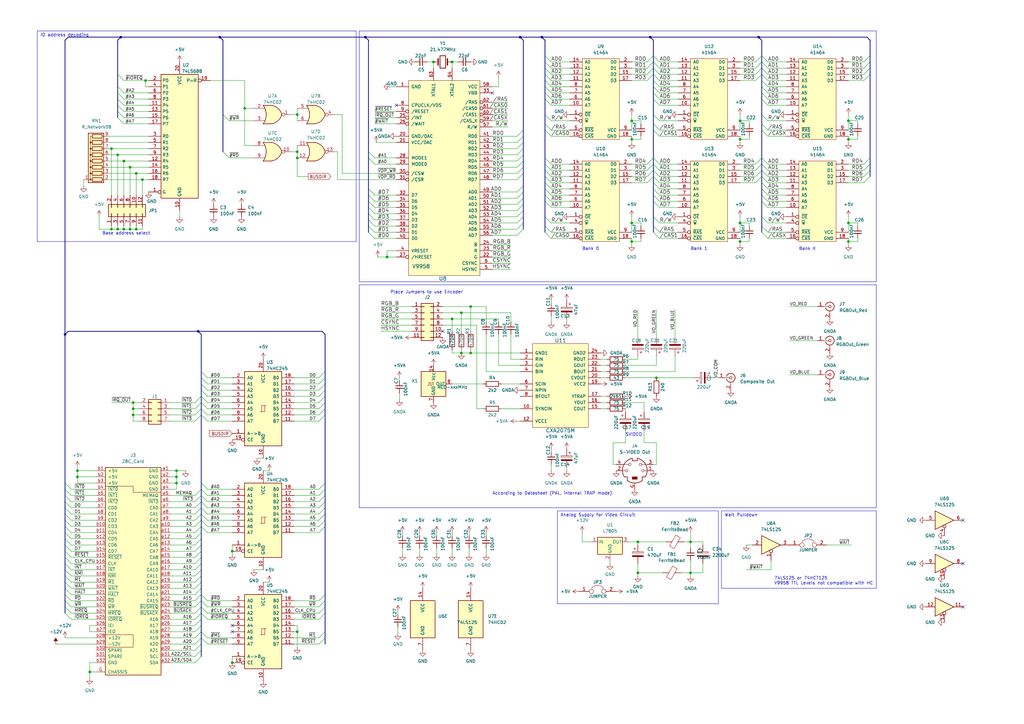
<source format=kicad_sch>
(kicad_sch (version 20230121) (generator eeschema)
  (paper "A3")
  (title_block (title "VDP Board / Video Board") (date "2023-12-26") (rev "0") (comment 1 "V9958 Video Board") (comment 2 "192K RAM"))
  (junction (at 189.23 144.78))
  (junction (at 26.67 137.16))
  (junction (at 54.61 170.18))
  (junction (at 259.08 57.15))
  (junction (at 48.26 63.5))
  (junction (at 347.98 99.06))
  (junction (at 95.25 271.78))
  (junction (at 72.39 198.12))
  (junction (at 31.75 193.04))
  (junction (at 158.75 105.41))
  (junction (at 261.62 222.25))
  (junction (at 303.53 91.44))
  (junction (at 185.42 130.81))
  (junction (at 54.61 167.64))
  (junction (at 55.88 93.98))
  (junction (at 50.8 66.04))
  (junction (at 149.86 15.24))
  (junction (at 303.53 49.53))
  (junction (at 53.34 68.58))
  (junction (at 259.08 49.53))
  (junction (at 50.8 93.98))
  (junction (at 283.21 234.95))
  (junction (at 54.61 165.1))
  (junction (at 283.21 222.25))
  (junction (at 347.98 49.53))
  (junction (at 261.62 234.95))
  (junction (at 121.92 259.08))
  (junction (at 269.24 154.94))
  (junction (at 72.39 193.04))
  (junction (at 193.04 144.78))
  (junction (at 259.08 99.06))
  (junction (at 222.25 15.24))
  (junction (at 72.39 195.58))
  (junction (at 48.26 93.98))
  (junction (at 55.88 71.12))
  (junction (at 58.42 73.66))
  (junction (at 266.7 15.24))
  (junction (at 121.92 62.23))
  (junction (at 90.17 15.24))
  (junction (at 177.8 25.4))
  (junction (at 347.98 91.44))
  (junction (at 45.72 60.96))
  (junction (at 121.92 46.99))
  (junction (at 53.34 93.98))
  (junction (at 36.83 275.59))
  (junction (at 95.25 226.06))
  (junction (at 259.08 91.44))
  (junction (at 303.53 99.06))
  (junction (at 121.92 64.77))
  (junction (at 49.53 15.24))
  (junction (at 303.53 57.15))
  (junction (at 100.33 44.45))
  (junction (at 59.69 33.02))
  (junction (at 189.23 128.27))
  (junction (at 193.04 125.73))
  (junction (at 213.36 15.24))
  (junction (at 185.42 25.4))
  (junction (at 311.15 15.24))
  (junction (at 31.75 195.58))
  (junction (at 81.28 135.89))
  (junction (at 347.98 57.15))
  (junction (at 45.72 93.98))
  (no_connect (at 394.97 231.14))
  (no_connect (at 95.25 256.54))
  (no_connect (at 181.61 135.89))
  (no_connect (at 162.56 43.18))
  (no_connect (at 394.97 248.92))
  (no_connect (at 201.93 38.1))
  (no_connect (at 95.25 259.08))
  (no_connect (at 394.97 213.36))
  (bus_entry (at 312.42 46.99) (size 2.54 2.54))
  (bus_entry (at 312.42 27.94) (size 2.54 2.54))
  (bus_entry (at 267.97 27.94) (size 2.54 2.54))
  (bus_entry (at 223.52 25.4) (size 2.54 2.54))
  (bus_entry (at 267.97 80.01) (size 2.54 2.54))
  (bus_entry (at 267.97 88.9) (size 2.54 2.54))
  (bus_entry (at 133.35 213.36) (size -2.54 2.54))
  (bus_entry (at 82.55 215.9) (size 2.54 2.54))
  (bus_entry (at 309.88 27.94) (size 2.54 -2.54))
  (bus_entry (at 82.55 246.38) (size -2.54 2.54))
  (bus_entry (at 82.55 261.62) (size 2.54 2.54))
  (bus_entry (at 82.55 236.22) (size -2.54 2.54))
  (bus_entry (at 265.43 74.93) (size 2.54 -2.54))
  (bus_entry (at 82.55 251.46) (size -2.54 2.54))
  (bus_entry (at 80.01 205.74) (size 2.54 -2.54))
  (bus_entry (at 26.67 246.38) (size 2.54 2.54))
  (bus_entry (at 309.88 25.4) (size 2.54 -2.54))
  (bus_entry (at 354.33 30.48) (size 2.54 -2.54))
  (bus_entry (at 130.81 172.72) (size 2.54 -2.54))
  (bus_entry (at 151.13 62.23) (size 2.54 2.54))
  (bus_entry (at 267.97 38.1) (size 2.54 2.54))
  (bus_entry (at 26.67 248.92) (size 2.54 2.54))
  (bus_entry (at 151.13 77.47) (size 2.54 2.54))
  (bus_entry (at 223.52 72.39) (size 2.54 2.54))
  (bus_entry (at 312.42 74.93) (size 2.54 2.54))
  (bus_entry (at 133.35 246.38) (size -2.54 2.54))
  (bus_entry (at 48.26 45.72) (size 2.54 2.54))
  (bus_entry (at 82.55 243.84) (size 2.54 2.54))
  (bus_entry (at 29.21 208.28) (size -2.54 -2.54))
  (bus_entry (at 312.42 67.31) (size 2.54 2.54))
  (bus_entry (at 82.55 266.7) (size -2.54 2.54))
  (bus_entry (at 82.55 248.92) (size -2.54 2.54))
  (bus_entry (at 82.55 198.12) (size 2.54 2.54))
  (bus_entry (at 82.55 241.3) (size -2.54 2.54))
  (bus_entry (at 82.55 205.74) (size 2.54 2.54))
  (bus_entry (at 309.88 72.39) (size 2.54 -2.54))
  (bus_entry (at 29.21 213.36) (size -2.54 -2.54))
  (bus_entry (at 48.26 48.26) (size 2.54 2.54))
  (bus_entry (at 267.97 95.25) (size 2.54 2.54))
  (bus_entry (at 80.01 203.2) (size 2.54 -2.54))
  (bus_entry (at 82.55 261.62) (size -2.54 2.54))
  (bus_entry (at 85.09 167.64) (size -2.54 -2.54))
  (bus_entry (at 29.21 215.9) (size -2.54 -2.54))
  (bus_entry (at 265.43 69.85) (size 2.54 -2.54))
  (bus_entry (at 223.52 77.47) (size 2.54 2.54))
  (bus_entry (at 223.52 82.55) (size 2.54 2.54))
  (bus_entry (at 26.67 251.46) (size 2.54 2.54))
  (bus_entry (at 29.21 220.98) (size -2.54 -2.54))
  (bus_entry (at 267.97 46.99) (size 2.54 2.54))
  (bus_entry (at 312.42 30.48) (size 2.54 2.54))
  (bus_entry (at 309.88 67.31) (size 2.54 -2.54))
  (bus_entry (at 133.35 251.46) (size -2.54 2.54))
  (bus_entry (at 267.97 50.8) (size 2.54 2.54))
  (bus_entry (at 26.67 241.3) (size 2.54 2.54))
  (bus_entry (at 151.13 92.71) (size 2.54 2.54))
  (bus_entry (at 354.33 25.4) (size 2.54 -2.54))
  (bus_entry (at 151.13 90.17) (size 2.54 2.54))
  (bus_entry (at 85.09 162.56) (size -2.54 -2.54))
  (bus_entry (at 29.21 218.44) (size -2.54 -2.54))
  (bus_entry (at 312.42 72.39) (size 2.54 2.54))
  (bus_entry (at 26.67 198.12) (size 2.54 2.54))
  (bus_entry (at 265.43 72.39) (size 2.54 -2.54))
  (bus_entry (at 29.21 210.82) (size -2.54 -2.54))
  (bus_entry (at 267.97 74.93) (size 2.54 2.54))
  (bus_entry (at 312.42 40.64) (size 2.54 2.54))
  (bus_entry (at 130.81 165.1) (size 2.54 -2.54))
  (bus_entry (at 214.63 76.2) (size -2.54 2.54))
  (bus_entry (at 267.97 35.56) (size 2.54 2.54))
  (bus_entry (at 212.09 66.04) (size 2.54 -2.54))
  (bus_entry (at 223.52 22.86) (size 2.54 2.54))
  (bus_entry (at 212.09 60.96) (size 2.54 -2.54))
  (bus_entry (at 82.55 264.16) (size -2.54 2.54))
  (bus_entry (at 312.42 80.01) (size 2.54 2.54))
  (bus_entry (at 133.35 215.9) (size -2.54 2.54))
  (bus_entry (at 26.67 200.66) (size 2.54 2.54))
  (bus_entry (at 214.63 93.98) (size -2.54 2.54))
  (bus_entry (at 85.09 160.02) (size -2.54 -2.54))
  (bus_entry (at 26.67 233.68) (size 2.54 2.54))
  (bus_entry (at 151.13 64.77) (size 2.54 2.54))
  (bus_entry (at 312.42 22.86) (size 2.54 2.54))
  (bus_entry (at 354.33 27.94) (size 2.54 -2.54))
  (bus_entry (at 267.97 72.39) (size 2.54 2.54))
  (bus_entry (at 48.26 35.56) (size 2.54 2.54))
  (bus_entry (at 309.88 30.48) (size 2.54 -2.54))
  (bus_entry (at 354.33 72.39) (size 2.54 -2.54))
  (bus_entry (at 151.13 85.09) (size 2.54 2.54))
  (bus_entry (at 267.97 33.02) (size 2.54 2.54))
  (bus_entry (at 312.42 33.02) (size 2.54 2.54))
  (bus_entry (at 212.09 71.12) (size 2.54 -2.54))
  (bus_entry (at 82.55 251.46) (size 2.54 2.54))
  (bus_entry (at 151.13 80.01) (size 2.54 2.54))
  (bus_entry (at 267.97 53.34) (size 2.54 2.54))
  (bus_entry (at 82.55 203.2) (size 2.54 2.54))
  (bus_entry (at 267.97 92.71) (size 2.54 2.54))
  (bus_entry (at 26.67 231.14) (size 2.54 2.54))
  (bus_entry (at 223.52 38.1) (size 2.54 2.54))
  (bus_entry (at 223.52 27.94) (size 2.54 2.54))
  (bus_entry (at 223.52 74.93) (size 2.54 2.54))
  (bus_entry (at 82.55 254) (size -2.54 2.54))
  (bus_entry (at 91.44 62.23) (size 2.54 2.54))
  (bus_entry (at 82.55 210.82) (size -2.54 2.54))
  (bus_entry (at 312.42 82.55) (size 2.54 2.54))
  (bus_entry (at 26.67 238.76) (size 2.54 2.54))
  (bus_entry (at 214.63 78.74) (size -2.54 2.54))
  (bus_entry (at 265.43 33.02) (size 2.54 -2.54))
  (bus_entry (at 82.55 213.36) (size -2.54 2.54))
  (bus_entry (at 133.35 208.28) (size -2.54 2.54))
  (bus_entry (at 130.81 170.18) (size 2.54 -2.54))
  (bus_entry (at 130.81 154.94) (size 2.54 -2.54))
  (bus_entry (at 151.13 87.63) (size 2.54 2.54))
  (bus_entry (at 82.55 213.36) (size 2.54 2.54))
  (bus_entry (at 48.26 38.1) (size 2.54 2.54))
  (bus_entry (at 223.52 67.31) (size 2.54 2.54))
  (bus_entry (at 267.97 69.85) (size 2.54 2.54))
  (bus_entry (at 309.88 74.93) (size 2.54 -2.54))
  (bus_entry (at 267.97 64.77) (size 2.54 2.54))
  (bus_entry (at 85.09 165.1) (size -2.54 -2.54))
  (bus_entry (at 267.97 67.31) (size 2.54 2.54))
  (bus_entry (at 212.09 63.5) (size 2.54 -2.54))
  (bus_entry (at 214.63 81.28) (size -2.54 2.54))
  (bus_entry (at 26.67 226.06) (size 2.54 2.54))
  (bus_entry (at 130.81 160.02) (size 2.54 -2.54))
  (bus_entry (at 82.55 208.28) (size -2.54 2.54))
  (bus_entry (at 265.43 25.4) (size 2.54 -2.54))
  (bus_entry (at 130.81 162.56) (size 2.54 -2.54))
  (bus_entry (at 267.97 22.86) (size 2.54 2.54))
  (bus_entry (at 223.52 95.25) (size 2.54 2.54))
  (bus_entry (at 82.55 231.14) (size -2.54 2.54))
  (bus_entry (at 130.81 157.48) (size 2.54 -2.54))
  (bus_entry (at 151.13 82.55) (size 2.54 2.54))
  (bus_entry (at 223.52 35.56) (size 2.54 2.54))
  (bus_entry (at 26.67 243.84) (size 2.54 2.54))
  (bus_entry (at 214.63 86.36) (size -2.54 2.54))
  (bus_entry (at 312.42 88.9) (size 2.54 2.54))
  (bus_entry (at 82.55 167.64) (size -2.54 2.54))
  (bus_entry (at 265.43 67.31) (size 2.54 -2.54))
  (bus_entry (at 312.42 35.56) (size 2.54 2.54))
  (bus_entry (at 354.33 74.93) (size 2.54 -2.54))
  (bus_entry (at 82.55 259.08) (size -2.54 2.54))
  (bus_entry (at 133.35 210.82) (size -2.54 2.54))
  (bus_entry (at 151.13 95.25) (size 2.54 2.54))
  (bus_entry (at 85.09 157.48) (size -2.54 -2.54))
  (bus_entry (at 133.35 248.92) (size -2.54 2.54))
  (bus_entry (at 223.52 69.85) (size 2.54 2.54))
  (bus_entry (at 133.35 198.12) (size -2.54 2.54))
  (bus_entry (at 133.35 203.2) (size -2.54 2.54))
  (bus_entry (at 133.35 259.08) (size -2.54 2.54))
  (bus_entry (at 26.67 228.6) (size 2.54 2.54))
  (bus_entry (at 82.55 238.76) (size -2.54 2.54))
  (bus_entry (at 223.52 33.02) (size 2.54 2.54))
  (bus_entry (at 48.26 30.48) (size 2.54 2.54))
  (bus_entry (at 312.42 77.47) (size 2.54 2.54))
  (bus_entry (at 82.55 228.6) (size -2.54 2.54))
  (bus_entry (at 354.33 69.85) (size 2.54 -2.54))
  (bus_entry (at 82.55 165.1) (size -2.54 2.54))
  (bus_entry (at 48.26 40.64) (size 2.54 2.54))
  (bus_entry (at 267.97 25.4) (size 2.54 2.54))
  (bus_entry (at 223.52 30.48) (size 2.54 2.54))
  (bus_entry (at 312.42 50.8) (size 2.54 2.54))
  (bus_entry (at 82.55 205.74) (size -2.54 2.54))
  (bus_entry (at 214.63 91.44) (size -2.54 2.54))
  (bus_entry (at 82.55 170.18) (size -2.54 2.54))
  (bus_entry (at 82.55 226.06) (size -2.54 2.54))
  (bus_entry (at 82.55 243.84) (size -2.54 2.54))
  (bus_entry (at 214.63 88.9) (size -2.54 2.54))
  (bus_entry (at 133.35 261.62) (size -2.54 2.54))
  (bus_entry (at 212.09 58.42) (size 2.54 -2.54))
  (bus_entry (at 212.09 68.58) (size 2.54 -2.54))
  (bus_entry (at 312.42 25.4) (size 2.54 2.54))
  (bus_entry (at 82.55 233.68) (size -2.54 2.54))
  (bus_entry (at 223.52 64.77) (size 2.54 2.54))
  (bus_entry (at 312.42 92.71) (size 2.54 2.54))
  (bus_entry (at 309.88 69.85) (size 2.54 -2.54))
  (bus_entry (at 223.52 50.8) (size 2.54 2.54))
  (bus_entry (at 223.52 46.99) (size 2.54 2.54))
  (bus_entry (at 223.52 53.34) (size 2.54 2.54))
  (bus_entry (at 82.55 269.24) (size -2.54 2.54))
  (bus_entry (at 82.55 162.56) (size -2.54 2.54))
  (bus_entry (at 267.97 77.47) (size 2.54 2.54))
  (bus_entry (at 354.33 67.31) (size 2.54 -2.54))
  (bus_entry (at 214.63 83.82) (size -2.54 2.54))
  (bus_entry (at 29.21 226.06) (size -2.54 -2.54))
  (bus_entry (at 85.09 172.72) (size -2.54 -2.54))
  (bus_entry (at 223.52 88.9) (size 2.54 2.54))
  (bus_entry (at 82.55 220.98) (size -2.54 2.54))
  (bus_entry (at 267.97 30.48) (size 2.54 2.54))
  (bus_entry (at 91.44 46.99) (size 2.54 2.54))
  (bus_entry (at 82.55 223.52) (size -2.54 2.54))
  (bus_entry (at 265.43 30.48) (size 2.54 -2.54))
  (bus_entry (at 82.55 246.38) (size 2.54 2.54))
  (bus_entry (at 82.55 210.82) (size 2.54 2.54))
  (bus_entry (at 85.09 154.94) (size -2.54 -2.54))
  (bus_entry (at 82.55 215.9) (size -2.54 2.54))
  (bus_entry (at 133.35 200.66) (size -2.54 2.54))
  (bus_entry (at 223.52 80.01) (size 2.54 2.54))
  (bus_entry (at 267.97 82.55) (size 2.54 2.54))
  (bus_entry (at 82.55 259.08) (size 2.54 2.54))
  (bus_entry (at 212.09 73.66) (size 2.54 -2.54))
  (bus_entry (at 133.35 205.74) (size -2.54 2.54))
  (bus_entry (at 48.26 43.18) (size 2.54 2.54))
  (bus_entry (at 85.09 170.18) (size -2.54 -2.54))
  (bus_entry (at 223.52 92.71) (size 2.54 2.54))
  (bus_entry (at 312.42 38.1) (size 2.54 2.54))
  (bus_entry (at 130.81 167.64) (size 2.54 -2.54))
  (bus_entry (at 26.67 236.22) (size 2.54 2.54))
  (bus_entry (at 267.97 40.64) (size 2.54 2.54))
  (bus_entry (at 133.35 243.84) (size -2.54 2.54))
  (bus_entry (at 312.42 69.85) (size 2.54 2.54))
  (bus_entry (at 82.55 256.54) (size -2.54 2.54))
  (bus_entry (at 354.33 33.02) (size 2.54 -2.54))
  (bus_entry (at 309.88 33.02) (size 2.54 -2.54))
  (bus_entry (at 82.55 248.92) (size 2.54 2.54))
  (bus_entry (at 312.42 95.25) (size 2.54 2.54))
  (bus_entry (at 26.67 203.2) (size 2.54 2.54))
  (bus_entry (at 212.09 55.88) (size 2.54 -2.54))
  (bus_entry (at 82.55 208.28) (size 2.54 2.54))
  (bus_entry (at 265.43 27.94) (size 2.54 -2.54))
  (bus_entry (at 312.42 53.34) (size 2.54 2.54))
  (bus_entry (at 82.55 218.44) (size -2.54 2.54))
  (bus_entry (at 82.55 200.66) (size 2.54 2.54))
  (bus_entry (at 312.42 64.77) (size 2.54 2.54))
  (bus_entry (at 223.52 40.64) (size 2.54 2.54))
  (bus_entry (at 29.21 223.52) (size -2.54 -2.54))
  (wire (pts (xy 314.96 82.55) (xy 322.58 82.55)))
  (bus (pts (xy 49.53 15.24) (xy 90.17 15.24)))
  (bus (pts (xy 312.42 27.94) (xy 312.42 30.48)))
  (bus (pts (xy 267.97 35.56) (xy 267.97 38.1)))
  (wire (pts (xy 181.61 133.35) (xy 195.58 133.35)))
  (wire (pts (xy 259.08 27.94) (xy 265.43 27.94)))
  (polyline (pts (xy 294.64 209.55) (xy 294.64 247.65)))
  (wire (pts (xy 303.53 91.44) (xy 307.34 91.44)))
  (bus (pts (xy 267.97 69.85) (xy 267.97 72.39)))
  (wire (pts (xy 303.53 100.33) (xy 303.53 99.06)))
  (wire (pts (xy 201.93 60.96) (xy 212.09 60.96)))
  (wire (pts (xy 261.62 236.22) (xy 261.62 234.95)))
  (wire (pts (xy 309.88 72.39) (xy 303.53 72.39)))
  (wire (pts (xy 265.43 72.39) (xy 259.08 72.39)))
  (bus (pts (xy 82.55 137.16) (xy 81.28 135.89)))
  (bus (pts (xy 133.35 170.18) (xy 133.35 167.64)))
  (wire (pts (xy 29.21 243.84) (xy 39.37 243.84)))
  (wire (pts (xy 347.98 99.06) (xy 347.98 97.79)))
  (bus (pts (xy 82.55 226.06) (xy 82.55 223.52)))
  (bus (pts (xy 26.67 16.51) (xy 27.94 15.24)))
  (bus (pts (xy 149.86 15.24) (xy 213.36 15.24)))
  (wire (pts (xy 185.42 144.78) (xy 189.23 144.78)))
  (wire (pts (xy 193.04 143.51) (xy 193.04 144.78)))
  (wire (pts (xy 154.305 58.42) (xy 162.56 58.42)))
  (wire (pts (xy 85.09 154.94) (xy 95.25 154.94)))
  (wire (pts (xy 278.13 97.79) (xy 270.51 97.79)))
  (wire (pts (xy 201.93 44.45) (xy 208.28 44.45)))
  (bus (pts (xy 267.97 16.51) (xy 266.7 15.24)))
  (wire (pts (xy 50.8 43.18) (xy 60.96 43.18)))
  (bus (pts (xy 82.55 256.54) (xy 82.55 259.08)))
  (bus (pts (xy 312.42 16.51) (xy 312.42 22.86)))
  (wire (pts (xy 36.83 278.13) (xy 36.83 275.59)))
  (wire (pts (xy 120.65 208.28) (xy 130.81 208.28)))
  (bus (pts (xy 82.55 220.98) (xy 82.55 218.44)))
  (bus (pts (xy 222.25 15.24) (xy 266.7 15.24)))
  (polyline (pts (xy 359.41 208.28) (xy 147.32 208.28)))
  (bus (pts (xy 48.26 48.26) (xy 48.26 45.72)))
  (polyline (pts (xy 228.6 209.55) (xy 294.64 209.55)))
  (wire (pts (xy 121.92 59.69) (xy 121.92 62.23)))
  (wire (pts (xy 226.06 35.56) (xy 233.68 35.56)))
  (wire (pts (xy 156.21 128.27) (xy 168.91 128.27)))
  (bus (pts (xy 312.42 80.01) (xy 312.42 82.55)))
  (wire (pts (xy 323.85 125.73) (xy 335.28 125.73)))
  (wire (pts (xy 179.07 227.33) (xy 179.07 224.79)))
  (bus (pts (xy 312.42 77.47) (xy 312.42 80.01)))
  (wire (pts (xy 193.04 125.73) (xy 193.04 135.89)))
  (wire (pts (xy 351.79 57.15) (xy 351.79 55.88)))
  (bus (pts (xy 267.97 80.01) (xy 267.97 82.55)))
  (bus (pts (xy 82.55 238.76) (xy 82.55 236.22)))
  (wire (pts (xy 259.08 67.31) (xy 265.43 67.31)))
  (wire (pts (xy 50.8 66.04) (xy 60.96 66.04)))
  (wire (pts (xy 280.67 222.25) (xy 283.21 222.25)))
  (wire (pts (xy 233.68 95.25) (xy 226.06 95.25)))
  (wire (pts (xy 303.53 27.94) (xy 309.88 27.94)))
  (wire (pts (xy 314.96 72.39) (xy 322.58 72.39)))
  (bus (pts (xy 214.63 53.34) (xy 214.63 16.51)))
  (polyline (pts (xy 147.32 115.57) (xy 359.41 115.57)))
  (bus (pts (xy 267.97 38.1) (xy 267.97 40.64)))
  (bus (pts (xy 48.26 16.51) (xy 49.53 15.24)))
  (bus (pts (xy 133.35 259.08) (xy 133.35 261.62)))
  (wire (pts (xy 198.12 157.48) (xy 185.42 157.48)))
  (bus (pts (xy 151.13 80.01) (xy 151.13 82.55)))
  (wire (pts (xy 238.76 218.44) (xy 238.76 222.25)))
  (bus (pts (xy 214.63 83.82) (xy 214.63 86.36)))
  (wire (pts (xy 270.51 33.02) (xy 278.13 33.02)))
  (wire (pts (xy 95.25 227.33) (xy 95.25 226.06)))
  (bus (pts (xy 82.55 254) (xy 82.55 251.46)))
  (wire (pts (xy 121.92 259.08) (xy 121.92 265.43)))
  (wire (pts (xy 29.21 236.22) (xy 39.37 236.22)))
  (wire (pts (xy 44.45 58.42) (xy 60.96 58.42)))
  (polyline (pts (xy 359.41 116.84) (xy 359.41 208.28)))
  (wire (pts (xy 130.81 251.46) (xy 120.65 251.46)))
  (wire (pts (xy 270.51 69.85) (xy 278.13 69.85)))
  (wire (pts (xy 69.85 203.2) (xy 80.01 203.2)))
  (wire (pts (xy 31.75 195.58) (xy 31.75 193.04)))
  (wire (pts (xy 130.81 165.1) (xy 120.65 165.1)))
  (polyline (pts (xy 228.6 209.55) (xy 228.6 247.65)))
  (wire (pts (xy 119.38 62.23) (xy 121.92 62.23)))
  (wire (pts (xy 303.53 46.99) (xy 303.53 49.53)))
  (wire (pts (xy 85.09 203.2) (xy 95.25 203.2)))
  (wire (pts (xy 153.67 45.72) (xy 162.56 45.72)))
  (bus (pts (xy 151.13 82.55) (xy 151.13 85.09)))
  (wire (pts (xy 80.01 238.76) (xy 69.85 238.76)))
  (bus (pts (xy 223.52 50.8) (xy 223.52 53.34)))
  (wire (pts (xy 314.96 38.1) (xy 322.58 38.1)))
  (bus (pts (xy 26.67 241.3) (xy 26.67 243.84)))
  (wire (pts (xy 39.37 195.58) (xy 31.75 195.58)))
  (wire (pts (xy 100.33 33.02) (xy 100.33 44.45)))
  (wire (pts (xy 248.92 167.64) (xy 246.38 167.64)))
  (bus (pts (xy 151.13 92.71) (xy 151.13 95.25)))
  (bus (pts (xy 312.42 92.71) (xy 312.42 95.25)))
  (wire (pts (xy 201.93 55.88) (xy 212.09 55.88)))
  (wire (pts (xy 85.09 160.02) (xy 95.25 160.02)))
  (wire (pts (xy 201.93 49.53) (xy 208.28 49.53)))
  (bus (pts (xy 26.67 210.82) (xy 26.67 208.28)))
  (wire (pts (xy 204.47 149.86) (xy 204.47 137.16)))
  (wire (pts (xy 226.06 82.55) (xy 233.68 82.55)))
  (wire (pts (xy 80.01 172.72) (xy 69.85 172.72)))
  (bus (pts (xy 213.36 15.24) (xy 214.63 16.51)))
  (wire (pts (xy 185.42 130.81) (xy 185.42 135.89)))
  (wire (pts (xy 264.16 165.1) (xy 264.16 168.91)))
  (wire (pts (xy 233.68 53.34) (xy 226.06 53.34)))
  (wire (pts (xy 29.21 218.44) (xy 39.37 218.44)))
  (wire (pts (xy 50.8 93.98) (xy 53.34 93.98)))
  (wire (pts (xy 193.04 144.78) (xy 213.36 144.78)))
  (bus (pts (xy 151.13 77.47) (xy 151.13 80.01)))
  (wire (pts (xy 212.09 78.74) (xy 201.93 78.74)))
  (wire (pts (xy 163.195 250.825) (xy 163.195 252.095)))
  (wire (pts (xy 256.54 147.32) (xy 261.62 147.32)))
  (wire (pts (xy 120.65 210.82) (xy 130.81 210.82)))
  (bus (pts (xy 48.26 38.1) (xy 48.26 40.64)))
  (wire (pts (xy 31.75 193.04) (xy 39.37 193.04)))
  (wire (pts (xy 212.09 91.44) (xy 201.93 91.44)))
  (bus (pts (xy 82.55 223.52) (xy 82.55 220.98)))
  (wire (pts (xy 322.58 53.34) (xy 314.96 53.34)))
  (bus (pts (xy 133.35 215.9) (xy 133.35 243.84)))
  (wire (pts (xy 57.15 167.64) (xy 54.61 167.64)))
  (wire (pts (xy 351.79 99.06) (xy 351.79 97.79)))
  (bus (pts (xy 82.55 213.36) (xy 82.55 210.82)))
  (wire (pts (xy 93.98 64.77) (xy 104.14 64.77)))
  (wire (pts (xy 130.81 154.94) (xy 120.65 154.94)))
  (wire (pts (xy 181.61 128.27) (xy 189.23 128.27)))
  (bus (pts (xy 82.55 236.22) (xy 82.55 233.68)))
  (bus (pts (xy 223.52 40.64) (xy 223.52 46.99)))
  (bus (pts (xy 214.63 58.42) (xy 214.63 60.96)))
  (bus (pts (xy 267.97 27.94) (xy 267.97 30.48)))
  (wire (pts (xy 85.09 208.28) (xy 95.25 208.28)))
  (bus (pts (xy 133.35 246.38) (xy 133.35 248.92)))
  (wire (pts (xy 354.33 72.39) (xy 347.98 72.39)))
  (bus (pts (xy 48.26 45.72) (xy 48.26 43.18)))
  (wire (pts (xy 201.93 96.52) (xy 212.09 96.52)))
  (wire (pts (xy 314.96 80.01) (xy 322.58 80.01)))
  (wire (pts (xy 278.13 95.25) (xy 270.51 95.25)))
  (wire (pts (xy 22.86 264.16) (xy 39.37 264.16)))
  (bus (pts (xy 82.55 200.66) (xy 82.55 203.2)))
  (bus (pts (xy 223.52 80.01) (xy 223.52 82.55)))
  (wire (pts (xy 201.93 110.49) (xy 209.55 110.49)))
  (bus (pts (xy 223.52 53.34) (xy 223.52 64.77)))
  (wire (pts (xy 60.96 35.56) (xy 59.69 35.56)))
  (wire (pts (xy 347.98 57.15) (xy 351.79 57.15)))
  (polyline (pts (xy 15.24 99.06) (xy 146.05 99.06)))
  (wire (pts (xy 57.15 170.18) (xy 54.61 170.18)))
  (wire (pts (xy 85.09 200.66) (xy 95.25 200.66)))
  (wire (pts (xy 153.67 50.8) (xy 162.56 50.8)))
  (bus (pts (xy 223.52 33.02) (xy 223.52 35.56)))
  (wire (pts (xy 226.06 38.1) (xy 233.68 38.1)))
  (wire (pts (xy 156.21 130.81) (xy 168.91 130.81)))
  (wire (pts (xy 72.39 198.12) (xy 72.39 195.58)))
  (bus (pts (xy 82.55 208.28) (xy 82.55 205.74)))
  (wire (pts (xy 270.51 38.1) (xy 278.13 38.1)))
  (bus (pts (xy 223.52 16.51) (xy 222.25 15.24)))
  (wire (pts (xy 195.58 133.35) (xy 195.58 167.64)))
  (wire (pts (xy 226.06 69.85) (xy 233.68 69.85)))
  (wire (pts (xy 58.42 73.66) (xy 60.96 73.66)))
  (wire (pts (xy 100.33 59.69) (xy 104.14 59.69)))
  (wire (pts (xy 40.64 93.98) (xy 45.72 93.98)))
  (wire (pts (xy 314.96 67.31) (xy 322.58 67.31)))
  (wire (pts (xy 153.67 87.63) (xy 162.56 87.63)))
  (bus (pts (xy 223.52 72.39) (xy 223.52 74.93)))
  (wire (pts (xy 316.23 229.87) (xy 316.23 233.68)))
  (wire (pts (xy 261.62 127) (xy 261.62 138.43)))
  (bus (pts (xy 82.55 157.48) (xy 82.55 160.02)))
  (bus (pts (xy 133.35 213.36) (xy 133.35 215.9)))
  (bus (pts (xy 91.44 46.99) (xy 91.44 62.23)))
  (polyline (pts (xy 15.24 12.7) (xy 15.24 99.06)))
  (bus (pts (xy 214.63 76.2) (xy 214.63 71.12)))
  (wire (pts (xy 189.23 128.27) (xy 209.55 128.27)))
  (wire (pts (xy 270.51 25.4) (xy 278.13 25.4)))
  (wire (pts (xy 212.09 172.72) (xy 213.36 172.72)))
  (bus (pts (xy 267.97 88.9) (xy 267.97 92.71)))
  (wire (pts (xy 120.65 205.74) (xy 130.81 205.74)))
  (wire (pts (xy 193.04 144.78) (xy 189.23 144.78)))
  (bus (pts (xy 311.15 15.24) (xy 355.6 15.24)))
  (bus (pts (xy 312.42 40.64) (xy 312.42 46.99)))
  (bus (pts (xy 82.55 266.7) (xy 82.55 269.24)))
  (wire (pts (xy 270.51 35.56) (xy 278.13 35.56)))
  (polyline (pts (xy 146.05 12.7) (xy 15.24 12.7)))
  (bus (pts (xy 133.35 243.84) (xy 133.35 246.38)))
  (wire (pts (xy 201.93 107.95) (xy 209.55 107.95)))
  (wire (pts (xy 185.42 218.44) (xy 185.42 219.71)))
  (bus (pts (xy 82.55 241.3) (xy 82.55 238.76)))
  (bus (pts (xy 267.97 30.48) (xy 267.97 33.02)))
  (wire (pts (xy 314.96 49.53) (xy 322.58 49.53)))
  (polyline (pts (xy 146.05 99.06) (xy 146.05 12.7)))
  (wire (pts (xy 283.21 234.95) (xy 283.21 236.22)))
  (wire (pts (xy 130.81 157.48) (xy 120.65 157.48)))
  (wire (pts (xy 29.21 220.98) (xy 39.37 220.98)))
  (wire (pts (xy 137.16 46.99) (xy 140.335 46.99)))
  (wire (pts (xy 80.01 243.84) (xy 69.85 243.84)))
  (wire (pts (xy 165.1 227.33) (xy 165.1 224.79)))
  (wire (pts (xy 80.01 226.06) (xy 69.85 226.06)))
  (wire (pts (xy 270.51 40.64) (xy 278.13 40.64)))
  (wire (pts (xy 303.53 49.53) (xy 303.53 53.34)))
  (wire (pts (xy 34.29 73.66) (xy 34.29 76.2)))
  (wire (pts (xy 347.98 57.15) (xy 347.98 55.88)))
  (wire (pts (xy 85.09 251.46) (xy 95.25 251.46)))
  (bus (pts (xy 133.35 210.82) (xy 133.35 213.36)))
  (wire (pts (xy 72.39 200.66) (xy 72.39 198.12)))
  (wire (pts (xy 204.47 149.86) (xy 213.36 149.86)))
  (wire (pts (xy 104.14 233.68) (xy 107.95 233.68)))
  (bus (pts (xy 26.67 233.68) (xy 26.67 236.22)))
  (wire (pts (xy 100.33 44.45) (xy 100.33 59.69)))
  (bus (pts (xy 133.35 203.2) (xy 133.35 205.74)))
  (wire (pts (xy 121.92 72.39) (xy 126.365 72.39)))
  (bus (pts (xy 82.55 154.94) (xy 82.55 157.48)))
  (wire (pts (xy 269.24 154.94) (xy 284.48 154.94)))
  (bus (pts (xy 82.55 261.62) (xy 82.55 259.08)))
  (wire (pts (xy 120.65 256.54) (xy 121.92 256.54)))
  (bus (pts (xy 223.52 38.1) (xy 223.52 40.64)))
  (wire (pts (xy 226.06 72.39) (xy 233.68 72.39)))
  (bus (pts (xy 356.87 16.51) (xy 356.87 22.86)))
  (bus (pts (xy 151.13 16.51) (xy 151.13 62.23)))
  (wire (pts (xy 80.01 165.1) (xy 69.85 165.1)))
  (wire (pts (xy 347.98 88.9) (xy 347.98 91.44)))
  (wire (pts (xy 80.01 220.98) (xy 69.85 220.98)))
  (wire (pts (xy 130.81 254) (xy 120.65 254)))
  (bus (pts (xy 214.63 63.5) (xy 214.63 66.04)))
  (wire (pts (xy 226.06 132.08) (xy 226.06 129.54)))
  (wire (pts (xy 192.405 218.44) (xy 192.405 219.71)))
  (wire (pts (xy 314.96 33.02) (xy 322.58 33.02)))
  (wire (pts (xy 204.47 31.75) (xy 204.47 35.56)))
  (wire (pts (xy 80.01 261.62) (xy 69.85 261.62)))
  (wire (pts (xy 261.62 147.32) (xy 261.62 146.05)))
  (wire (pts (xy 303.53 69.85) (xy 309.88 69.85)))
  (wire (pts (xy 85.09 172.72) (xy 95.25 172.72)))
  (wire (pts (xy 259.08 49.53) (xy 262.89 49.53)))
  (wire (pts (xy 201.93 41.91) (xy 208.28 41.91)))
  (wire (pts (xy 212.09 86.36) (xy 201.93 86.36)))
  (wire (pts (xy 226.06 184.15) (xy 226.06 185.42)))
  (wire (pts (xy 251.46 181.61) (xy 251.46 190.5)))
  (wire (pts (xy 39.37 259.08) (xy 36.83 259.08)))
  (wire (pts (xy 303.53 58.42) (xy 303.53 57.15)))
  (wire (pts (xy 226.06 27.94) (xy 233.68 27.94)))
  (wire (pts (xy 201.93 105.41) (xy 209.55 105.41)))
  (wire (pts (xy 323.85 153.67) (xy 335.28 153.67)))
  (wire (pts (xy 347.98 49.53) (xy 351.79 49.53)))
  (bus (pts (xy 133.35 170.18) (xy 133.35 198.12)))
  (wire (pts (xy 121.92 256.54) (xy 121.92 259.08)))
  (wire (pts (xy 163.83 154.94) (xy 163.83 156.21)))
  (wire (pts (xy 80.01 256.54) (xy 69.85 256.54)))
  (wire (pts (xy 283.21 229.87) (xy 283.21 234.95)))
  (wire (pts (xy 54.61 165.1) (xy 45.72 165.1)))
  (bus (pts (xy 133.35 251.46) (xy 133.35 259.08)))
  (bus (pts (xy 82.55 198.12) (xy 82.55 200.66)))
  (wire (pts (xy 121.92 64.77) (xy 121.92 72.39)))
  (wire (pts (xy 36.83 275.59) (xy 36.83 271.78)))
  (wire (pts (xy 29.21 231.14) (xy 39.37 231.14)))
  (wire (pts (xy 85.09 246.38) (xy 95.25 246.38)))
  (wire (pts (xy 119.38 46.99) (xy 121.92 46.99)))
  (wire (pts (xy 80.01 269.24) (xy 69.85 269.24)))
  (wire (pts (xy 50.8 33.02) (xy 59.69 33.02)))
  (wire (pts (xy 80.01 233.68) (xy 69.85 233.68)))
  (wire (pts (xy 121.92 46.99) (xy 121.92 44.45)))
  (wire (pts (xy 347.98 99.06) (xy 351.79 99.06)))
  (bus (pts (xy 133.35 198.12) (xy 133.35 200.66)))
  (polyline (pts (xy 295.91 209.55) (xy 295.91 241.3)))
  (wire (pts (xy 29.21 238.76) (xy 39.37 238.76)))
  (bus (pts (xy 267.97 50.8) (xy 267.97 53.34)))
  (wire (pts (xy 248.92 165.1) (xy 246.38 165.1)))
  (wire (pts (xy 80.01 241.3) (xy 69.85 241.3)))
  (bus (pts (xy 214.63 53.34) (xy 214.63 55.88)))
  (wire (pts (xy 307.34 57.15) (xy 307.34 55.88)))
  (wire (pts (xy 303.53 88.9) (xy 303.53 91.44)))
  (wire (pts (xy 347.98 25.4) (xy 354.33 25.4)))
  (bus (pts (xy 267.97 82.55) (xy 267.97 88.9)))
  (wire (pts (xy 29.21 205.74) (xy 39.37 205.74)))
  (bus (pts (xy 82.55 228.6) (xy 82.55 226.06)))
  (bus (pts (xy 133.35 205.74) (xy 133.35 208.28)))
  (wire (pts (xy 80.01 228.6) (xy 69.85 228.6)))
  (bus (pts (xy 312.42 74.93) (xy 312.42 77.47)))
  (wire (pts (xy 130.81 160.02) (xy 120.65 160.02)))
  (wire (pts (xy 270.51 72.39) (xy 278.13 72.39)))
  (wire (pts (xy 232.41 132.08) (xy 232.41 130.81)))
  (wire (pts (xy 130.81 172.72) (xy 120.65 172.72)))
  (wire (pts (xy 185.42 143.51) (xy 185.42 144.78)))
  (wire (pts (xy 130.81 264.16) (xy 120.65 264.16)))
  (wire (pts (xy 201.93 102.87) (xy 209.55 102.87)))
  (wire (pts (xy 199.39 125.73) (xy 199.39 132.08)))
  (wire (pts (xy 85.09 170.18) (xy 95.25 170.18)))
  (wire (pts (xy 80.01 215.9) (xy 69.85 215.9)))
  (wire (pts (xy 172.085 227.33) (xy 172.085 224.79)))
  (wire (pts (xy 256.54 181.61) (xy 251.46 181.61)))
  (wire (pts (xy 72.39 195.58) (xy 72.39 193.04)))
  (wire (pts (xy 120.65 200.66) (xy 130.81 200.66)))
  (wire (pts (xy 85.09 248.92) (xy 95.25 248.92)))
  (wire (pts (xy 50.8 38.1) (xy 60.96 38.1)))
  (wire (pts (xy 226.06 74.93) (xy 233.68 74.93)))
  (wire (pts (xy 153.67 80.01) (xy 162.56 80.01)))
  (polyline (pts (xy 359.41 241.3) (xy 359.41 209.55)))
  (wire (pts (xy 261.62 222.25) (xy 273.05 222.25)))
  (wire (pts (xy 264.16 176.53) (xy 264.16 181.61)))
  (wire (pts (xy 347.98 74.93) (xy 354.33 74.93)))
  (bus (pts (xy 82.55 243.84) (xy 82.55 241.3)))
  (bus (pts (xy 151.13 64.77) (xy 151.13 77.47)))
  (bus (pts (xy 267.97 46.99) (xy 267.97 50.8)))
  (bus (pts (xy 26.67 220.98) (xy 26.67 218.44)))
  (wire (pts (xy 44.45 71.12) (xy 55.88 71.12)))
  (bus (pts (xy 133.35 167.64) (xy 133.35 165.1)))
  (wire (pts (xy 48.26 63.5) (xy 48.26 80.01)))
  (wire (pts (xy 153.67 64.77) (xy 162.56 64.77)))
  (wire (pts (xy 177.8 27.94) (xy 177.8 25.4)))
  (bus (pts (xy 26.67 200.66) (xy 26.67 203.2)))
  (bus (pts (xy 26.67 208.28) (xy 26.67 205.74)))
  (wire (pts (xy 120.65 259.08) (xy 121.92 259.08)))
  (bus (pts (xy 133.35 157.48) (xy 133.35 154.94)))
  (bus (pts (xy 149.86 15.24) (xy 151.13 16.51)))
  (wire (pts (xy 153.67 92.71) (xy 162.56 92.71)))
  (bus (pts (xy 90.17 15.24) (xy 149.86 15.24)))
  (wire (pts (xy 226.06 67.31) (xy 233.68 67.31)))
  (bus (pts (xy 82.55 203.2) (xy 82.55 205.74)))
  (wire (pts (xy 259.08 49.53) (xy 259.08 53.34)))
  (bus (pts (xy 26.67 215.9) (xy 26.67 213.36)))
  (wire (pts (xy 29.21 248.92) (xy 39.37 248.92)))
  (bus (pts (xy 26.67 137.16) (xy 26.67 198.12)))
  (bus (pts (xy 312.42 67.31) (xy 312.42 69.85)))
  (wire (pts (xy 261.62 234.95) (xy 261.62 231.14)))
  (wire (pts (xy 262.89 57.15) (xy 262.89 55.88)))
  (wire (pts (xy 347.98 27.94) (xy 354.33 27.94)))
  (bus (pts (xy 223.52 30.48) (xy 223.52 33.02)))
  (wire (pts (xy 121.92 62.23) (xy 121.92 64.77)))
  (wire (pts (xy 347.98 91.44) (xy 347.98 95.25)))
  (wire (pts (xy 322.58 85.09) (xy 314.96 85.09)))
  (bus (pts (xy 81.28 135.89) (xy 132.08 135.89)))
  (wire (pts (xy 29.21 233.68) (xy 39.37 233.68)))
  (bus (pts (xy 82.55 137.16) (xy 82.55 152.4)))
  (wire (pts (xy 48.26 93.98) (xy 50.8 93.98)))
  (wire (pts (xy 85.09 210.82) (xy 95.25 210.82)))
  (wire (pts (xy 303.53 57.15) (xy 307.34 57.15)))
  (bus (pts (xy 133.35 137.16) (xy 133.35 152.4)))
  (wire (pts (xy 85.09 162.56) (xy 95.25 162.56)))
  (wire (pts (xy 199.39 152.4) (xy 213.36 152.4)))
  (bus (pts (xy 312.42 50.8) (xy 312.42 53.34)))
  (wire (pts (xy 259.08 58.42) (xy 259.08 57.15)))
  (bus (pts (xy 312.42 22.86) (xy 312.42 25.4)))
  (wire (pts (xy 80.01 236.22) (xy 69.85 236.22)))
  (polyline (pts (xy 359.41 115.57) (xy 359.41 12.7)))
  (wire (pts (xy 303.53 99.06) (xy 303.53 97.79)))
  (bus (pts (xy 214.63 60.96) (xy 214.63 63.5)))
  (wire (pts (xy 140.335 71.12) (xy 162.56 71.12)))
  (bus (pts (xy 356.87 22.86) (xy 356.87 25.4)))
  (bus (pts (xy 312.42 16.51) (xy 311.15 15.24)))
  (bus (pts (xy 223.52 77.47) (xy 223.52 80.01)))
  (wire (pts (xy 270.51 80.01) (xy 278.13 80.01)))
  (bus (pts (xy 223.52 35.56) (xy 223.52 38.1)))
  (wire (pts (xy 29.21 203.2) (xy 39.37 203.2)))
  (bus (pts (xy 214.63 91.44) (xy 214.63 93.98)))
  (bus (pts (xy 356.87 30.48) (xy 356.87 64.77)))
  (wire (pts (xy 306.07 223.52) (xy 308.61 223.52)))
  (wire (pts (xy 53.34 68.58) (xy 53.34 80.01)))
  (wire (pts (xy 130.81 167.64) (xy 120.65 167.64)))
  (wire (pts (xy 50.8 93.98) (xy 50.8 92.71)))
  (wire (pts (xy 53.34 93.98) (xy 53.34 92.71)))
  (bus (pts (xy 151.13 87.63) (xy 151.13 90.17)))
  (bus (pts (xy 82.55 233.68) (xy 82.55 231.14)))
  (wire (pts (xy 44.45 73.66) (xy 58.42 73.66)))
  (wire (pts (xy 69.85 200.66) (xy 72.39 200.66)))
  (wire (pts (xy 261.62 222.25) (xy 261.62 223.52)))
  (wire (pts (xy 153.67 85.09) (xy 162.56 85.09)))
  (wire (pts (xy 29.21 254) (xy 39.37 254)))
  (bus (pts (xy 133.35 152.4) (xy 133.35 154.94)))
  (bus (pts (xy 223.52 69.85) (xy 223.52 72.39)))
  (bus (pts (xy 82.55 248.92) (xy 82.55 251.46)))
  (wire (pts (xy 270.51 49.53) (xy 278.13 49.53)))
  (bus (pts (xy 214.63 81.28) (xy 214.63 83.82)))
  (wire (pts (xy 80.01 218.44) (xy 69.85 218.44)))
  (wire (pts (xy 226.06 30.48) (xy 233.68 30.48)))
  (wire (pts (xy 270.51 74.93) (xy 278.13 74.93)))
  (wire (pts (xy 269.24 127) (xy 269.24 138.43)))
  (bus (pts (xy 267.97 33.02) (xy 267.97 35.56)))
  (wire (pts (xy 314.96 74.93) (xy 322.58 74.93)))
  (wire (pts (xy 270.51 30.48) (xy 278.13 30.48)))
  (wire (pts (xy 303.53 99.06) (xy 307.34 99.06)))
  (bus (pts (xy 48.26 35.56) (xy 48.26 38.1)))
  (wire (pts (xy 314.96 25.4) (xy 322.58 25.4)))
  (wire (pts (xy 314.96 77.47) (xy 322.58 77.47)))
  (wire (pts (xy 121.92 46.99) (xy 121.92 49.53)))
  (wire (pts (xy 163.195 259.715) (xy 163.195 257.175)))
  (wire (pts (xy 314.96 30.48) (xy 322.58 30.48)))
  (wire (pts (xy 259.08 69.85) (xy 265.43 69.85)))
  (wire (pts (xy 199.39 227.33) (xy 199.39 224.79)))
  (wire (pts (xy 283.21 234.95) (xy 288.29 234.95)))
  (bus (pts (xy 82.55 167.64) (xy 82.55 170.18)))
  (wire (pts (xy 69.85 193.04) (xy 72.39 193.04)))
  (wire (pts (xy 248.92 152.4) (xy 246.38 152.4)))
  (wire (pts (xy 29.21 246.38) (xy 39.37 246.38)))
  (wire (pts (xy 307.34 92.71) (xy 307.34 91.44)))
  (wire (pts (xy 153.67 67.31) (xy 162.56 67.31)))
  (bus (pts (xy 223.52 25.4) (xy 223.52 27.94)))
  (wire (pts (xy 201.93 66.04) (xy 212.09 66.04)))
  (wire (pts (xy 199.39 152.4) (xy 199.39 137.16)))
  (wire (pts (xy 259.08 46.99) (xy 259.08 49.53)))
  (wire (pts (xy 36.83 271.78) (xy 39.37 271.78)))
  (wire (pts (xy 44.45 60.96) (xy 45.72 60.96)))
  (bus (pts (xy 223.52 22.86) (xy 223.52 25.4)))
  (wire (pts (xy 105.41 187.96) (xy 107.95 187.96)))
  (wire (pts (xy 303.53 25.4) (xy 309.88 25.4)))
  (wire (pts (xy 185.42 25.4) (xy 185.42 27.94)))
  (bus (pts (xy 82.55 162.56) (xy 82.55 165.1)))
  (wire (pts (xy 181.61 125.73) (xy 193.04 125.73)))
  (wire (pts (xy 259.08 99.06) (xy 259.08 97.79)))
  (bus (pts (xy 26.67 16.51) (xy 26.67 137.16)))
  (bus (pts (xy 213.36 15.24) (xy 222.25 15.24)))
  (wire (pts (xy 153.67 90.17) (xy 162.56 90.17)))
  (bus (pts (xy 48.26 43.18) (xy 48.26 40.64)))
  (wire (pts (xy 262.89 50.8) (xy 262.89 49.53)))
  (wire (pts (xy 158.75 105.41) (xy 162.56 105.41)))
  (wire (pts (xy 226.06 49.53) (xy 233.68 49.53)))
  (wire (pts (xy 57.15 172.72) (xy 54.61 172.72)))
  (wire (pts (xy 259.08 57.15) (xy 259.08 55.88)))
  (bus (pts (xy 26.67 213.36) (xy 26.67 210.82)))
  (wire (pts (xy 120.65 213.36) (xy 130.81 213.36)))
  (wire (pts (xy 303.53 74.93) (xy 309.88 74.93)))
  (bus (pts (xy 151.13 62.23) (xy 151.13 64.77)))
  (wire (pts (xy 309.88 30.48) (xy 303.53 30.48)))
  (wire (pts (xy 45.72 92.71) (xy 45.72 93.98)))
  (bus (pts (xy 267.97 22.86) (xy 267.97 25.4)))
  (wire (pts (xy 40.64 88.9) (xy 40.64 93.98)))
  (wire (pts (xy 45.72 93.98) (xy 48.26 93.98)))
  (wire (pts (xy 347.98 58.42) (xy 347.98 57.15)))
  (wire (pts (xy 259.08 100.33) (xy 259.08 99.06)))
  (bus (pts (xy 82.55 152.4) (xy 82.55 154.94)))
  (wire (pts (xy 69.85 198.12) (xy 72.39 198.12)))
  (bus (pts (xy 133.35 137.16) (xy 132.08 135.89)))
  (wire (pts (xy 204.47 130.81) (xy 204.47 132.08)))
  (polyline (pts (xy 295.91 209.55) (xy 359.41 209.55)))
  (wire (pts (xy 212.09 93.98) (xy 201.93 93.98)))
  (wire (pts (xy 29.21 223.52) (xy 39.37 223.52)))
  (wire (pts (xy 85.09 254) (xy 95.25 254)))
  (wire (pts (xy 270.51 77.47) (xy 278.13 77.47)))
  (wire (pts (xy 85.09 205.74) (xy 95.25 205.74)))
  (bus (pts (xy 26.67 231.14) (xy 26.67 233.68)))
  (wire (pts (xy 80.01 213.36) (xy 69.85 213.36)))
  (wire (pts (xy 36.83 256.54) (xy 39.37 256.54)))
  (bus (pts (xy 312.42 82.55) (xy 312.42 88.9)))
  (wire (pts (xy 351.79 50.8) (xy 351.79 49.53)))
  (bus (pts (xy 82.55 210.82) (xy 82.55 208.28)))
  (bus (pts (xy 223.52 88.9) (xy 223.52 92.71)))
  (wire (pts (xy 55.88 92.71) (xy 55.88 93.98)))
  (wire (pts (xy 314.96 27.94) (xy 322.58 27.94)))
  (wire (pts (xy 80.01 266.7) (xy 69.85 266.7)))
  (wire (pts (xy 303.53 91.44) (xy 303.53 95.25)))
  (wire (pts (xy 138.43 62.23) (xy 137.16 62.23)))
  (wire (pts (xy 233.68 85.09) (xy 226.06 85.09)))
  (wire (pts (xy 29.21 241.3) (xy 39.37 241.3)))
  (wire (pts (xy 54.61 172.72) (xy 54.61 170.18)))
  (wire (pts (xy 209.55 147.32) (xy 209.55 137.16)))
  (bus (pts (xy 223.52 64.77) (xy 223.52 67.31)))
  (wire (pts (xy 29.21 208.28) (xy 39.37 208.28)))
  (bus (pts (xy 133.35 261.62) (xy 133.35 264.16)))
  (wire (pts (xy 248.92 154.94) (xy 246.38 154.94)))
  (bus (pts (xy 214.63 66.04) (xy 214.63 68.58)))
  (bus (pts (xy 26.67 203.2) (xy 26.67 205.74)))
  (wire (pts (xy 80.01 251.46) (xy 69.85 251.46)))
  (wire (pts (xy 347.98 49.53) (xy 347.98 53.34)))
  (wire (pts (xy 323.85 139.7) (xy 335.28 139.7)))
  (wire (pts (xy 29.21 200.66) (xy 39.37 200.66)))
  (wire (pts (xy 262.89 92.71) (xy 262.89 91.44)))
  (wire (pts (xy 347.98 67.31) (xy 354.33 67.31)))
  (wire (pts (xy 138.43 73.66) (xy 138.43 62.23)))
  (wire (pts (xy 156.21 133.35) (xy 168.91 133.35)))
  (bus (pts (xy 312.42 72.39) (xy 312.42 74.93)))
  (bus (pts (xy 26.67 223.52) (xy 26.67 220.98)))
  (wire (pts (xy 212.09 83.82) (xy 201.93 83.82)))
  (wire (pts (xy 248.92 149.86) (xy 246.38 149.86)))
  (bus (pts (xy 312.42 69.85) (xy 312.42 72.39)))
  (wire (pts (xy 80.01 223.52) (xy 69.85 223.52)))
  (wire (pts (xy 153.67 48.26) (xy 162.56 48.26)))
  (bus (pts (xy 133.35 208.28) (xy 133.35 210.82)))
  (bus (pts (xy 26.67 218.44) (xy 26.67 215.9)))
  (wire (pts (xy 156.21 125.73) (xy 168.91 125.73)))
  (wire (pts (xy 306.07 233.68) (xy 316.23 233.68)))
  (wire (pts (xy 85.09 215.9) (xy 95.25 215.9)))
  (wire (pts (xy 80.01 208.28) (xy 69.85 208.28)))
  (wire (pts (xy 201.93 63.5) (xy 212.09 63.5)))
  (wire (pts (xy 29.21 226.06) (xy 39.37 226.06)))
  (wire (pts (xy 256.54 152.4) (xy 276.86 152.4)))
  (wire (pts (xy 72.39 193.04) (xy 76.2 193.04)))
  (wire (pts (xy 80.01 170.18) (xy 69.85 170.18)))
  (wire (pts (xy 80.01 271.78) (xy 69.85 271.78)))
  (wire (pts (xy 26.67 261.62) (xy 39.37 261.62)))
  (wire (pts (xy 73.66 88.9) (xy 73.66 86.36)))
  (wire (pts (xy 31.75 195.58) (xy 31.75 198.12)))
  (wire (pts (xy 259.08 33.02) (xy 265.43 33.02)))
  (wire (pts (xy 259.08 74.93) (xy 265.43 74.93)))
  (wire (pts (xy 130.81 261.62) (xy 120.65 261.62)))
  (wire (pts (xy 303.53 49.53) (xy 307.34 49.53)))
  (wire (pts (xy 80.01 231.14) (xy 69.85 231.14)))
  (bus (pts (xy 267.97 53.34) (xy 267.97 64.77)))
  (bus (pts (xy 26.67 198.12) (xy 26.67 200.66)))
  (wire (pts (xy 270.51 91.44) (xy 278.13 91.44)))
  (wire (pts (xy 85.09 213.36) (xy 95.25 213.36)))
  (wire (pts (xy 158.75 102.87) (xy 158.75 105.41)))
  (wire (pts (xy 31.75 198.12) (xy 39.37 198.12)))
  (wire (pts (xy 226.06 40.64) (xy 233.68 40.64)))
  (wire (pts (xy 322.58 43.18) (xy 314.96 43.18)))
  (wire (pts (xy 256.54 167.64) (xy 256.54 168.91)))
  (wire (pts (xy 44.45 55.88) (xy 60.96 55.88)))
  (wire (pts (xy 80.01 254) (xy 69.85 254)))
  (wire (pts (xy 189.23 128.27) (xy 189.23 135.89)))
  (wire (pts (xy 339.09 223.52) (xy 349.25 223.52)))
  (bus (pts (xy 214.63 55.88) (xy 214.63 58.42)))
  (wire (pts (xy 50.8 66.04) (xy 50.8 80.01)))
  (polyline (pts (xy 294.64 247.65) (xy 228.6 247.65)))
  (wire (pts (xy 29.21 210.82) (xy 39.37 210.82)))
  (wire (pts (xy 283.21 218.44) (xy 283.21 222.25)))
  (wire (pts (xy 55.88 71.12) (xy 60.96 71.12)))
  (wire (pts (xy 259.08 57.15) (xy 262.89 57.15)))
  (wire (pts (xy 80.01 210.82) (xy 69.85 210.82)))
  (bus (pts (xy 27.94 135.89) (xy 81.28 135.89)))
  (bus (pts (xy 133.35 165.1) (xy 133.35 162.56)))
  (wire (pts (xy 29.21 213.36) (xy 39.37 213.36)))
  (wire (pts (xy 283.21 222.25) (xy 283.21 224.79)))
  (bus (pts (xy 356.87 16.51) (xy 355.6 15.24)))
  (wire (pts (xy 130.81 162.56) (xy 120.65 162.56)))
  (wire (pts (xy 50.8 50.8) (xy 60.96 50.8)))
  (wire (pts (xy 93.98 49.53) (xy 104.14 49.53)))
  (wire (pts (xy 50.8 45.72) (xy 60.96 45.72)))
  (wire (pts (xy 283.21 222.25) (xy 288.29 222.25)))
  (bus (pts (xy 312.42 25.4) (xy 312.42 27.94)))
  (bus (pts (xy 312.42 33.02) (xy 312.42 35.56)))
  (wire (pts (xy 292.1 154.94) (xy 294.64 154.94)))
  (bus (pts (xy 312.42 64.77) (xy 312.42 67.31)))
  (bus (pts (xy 267.97 77.47) (xy 267.97 80.01)))
  (bus (pts (xy 214.63 78.74) (xy 214.63 81.28)))
  (bus (pts (xy 91.44 16.51) (xy 90.17 15.24)))
  (wire (pts (xy 303.53 57.15) (xy 303.53 55.88)))
  (wire (pts (xy 347.98 91.44) (xy 351.79 91.44)))
  (wire (pts (xy 201.93 52.07) (xy 208.28 52.07)))
  (wire (pts (xy 201.93 68.58) (xy 212.09 68.58)))
  (wire (pts (xy 269.24 190.5) (xy 267.97 190.5)))
  (wire (pts (xy 156.21 135.89) (xy 168.91 135.89)))
  (wire (pts (xy 192.405 227.33) (xy 192.405 224.79)))
  (wire (pts (xy 193.04 125.73) (xy 199.39 125.73)))
  (bus (pts (xy 82.55 215.9) (xy 82.55 213.36)))
  (bus (pts (xy 82.55 231.14) (xy 82.55 228.6)))
  (wire (pts (xy 95.25 223.52) (xy 95.25 226.06)))
  (polyline (pts (xy 147.32 12.7) (xy 147.32 115.57)))
  (bus (pts (xy 82.55 218.44) (xy 82.55 215.9)))
  (bus (pts (xy 133.35 160.02) (xy 133.35 157.48)))
  (wire (pts (xy 130.81 246.38) (xy 120.65 246.38)))
  (wire (pts (xy 303.53 33.02) (xy 309.88 33.02)))
  (wire (pts (xy 264.16 181.61) (xy 269.24 181.61)))
  (wire (pts (xy 153.67 97.79) (xy 162.56 97.79)))
  (wire (pts (xy 80.01 167.64) (xy 69.85 167.64)))
  (wire (pts (xy 55.88 93.98) (xy 58.42 93.98)))
  (bus (pts (xy 26.67 246.38) (xy 26.67 248.92)))
  (bus (pts (xy 26.67 236.22) (xy 26.67 238.76)))
  (wire (pts (xy 69.85 205.74) (xy 80.01 205.74)))
  (wire (pts (xy 257.81 222.25) (xy 261.62 222.25)))
  (wire (pts (xy 278.13 55.88) (xy 270.51 55.88)))
  (polyline (pts (xy 147.32 116.84) (xy 359.41 116.84)))
  (wire (pts (xy 226.06 77.47) (xy 233.68 77.47)))
  (wire (pts (xy 201.93 71.12) (xy 212.09 71.12)))
  (bus (pts (xy 82.55 246.38) (xy 82.55 248.92)))
  (wire (pts (xy 307.34 99.06) (xy 307.34 97.79)))
  (wire (pts (xy 53.34 68.58) (xy 60.96 68.58)))
  (bus (pts (xy 133.35 200.66) (xy 133.35 203.2)))
  (bus (pts (xy 82.55 254) (xy 82.55 256.54)))
  (wire (pts (xy 251.46 190.5) (xy 252.73 190.5)))
  (wire (pts (xy 303.53 67.31) (xy 309.88 67.31)))
  (wire (pts (xy 256.54 176.53) (xy 256.54 181.61)))
  (bus (pts (xy 223.52 82.55) (xy 223.52 88.9)))
  (wire (pts (xy 36.83 275.59) (xy 39.37 275.59)))
  (wire (pts (xy 160.02 35.56) (xy 162.56 35.56)))
  (bus (pts (xy 267.97 67.31) (xy 267.97 69.85)))
  (wire (pts (xy 276.86 127) (xy 276.86 138.43)))
  (bus (pts (xy 266.7 15.24) (xy 311.15 15.24)))
  (wire (pts (xy 233.68 43.18) (xy 226.06 43.18)))
  (bus (pts (xy 133.35 248.92) (xy 133.35 251.46)))
  (wire (pts (xy 354.33 30.48) (xy 347.98 30.48)))
  (bus (pts (xy 312.42 46.99) (xy 312.42 50.8)))
  (wire (pts (xy 351.79 92.71) (xy 351.79 91.44)))
  (wire (pts (xy 226.06 193.04) (xy 226.06 190.5)))
  (wire (pts (xy 201.93 100.33) (xy 209.55 100.33)))
  (wire (pts (xy 120.65 215.9) (xy 130.81 215.9)))
  (wire (pts (xy 29.21 251.46) (xy 39.37 251.46)))
  (bus (pts (xy 26.67 137.16) (xy 27.94 135.89)))
  (wire (pts (xy 48.26 93.98) (xy 48.26 92.71)))
  (bus (pts (xy 26.67 223.52) (xy 26.67 226.06)))
  (wire (pts (xy 278.13 85.09) (xy 270.51 85.09)))
  (bus (pts (xy 223.52 46.99) (xy 223.52 50.8)))
  (wire (pts (xy 29.21 215.9) (xy 39.37 215.9)))
  (wire (pts (xy 259.08 88.9) (xy 259.08 91.44)))
  (wire (pts (xy 205.74 167.64) (xy 213.36 167.64)))
  (bus (pts (xy 223.52 67.31) (xy 223.52 69.85)))
  (wire (pts (xy 54.61 165.1) (xy 57.15 165.1)))
  (bus (pts (xy 267.97 64.77) (xy 267.97 67.31)))
  (wire (pts (xy 232.41 193.04) (xy 232.41 191.77)))
  (bus (pts (xy 26.67 228.6) (xy 26.67 231.14)))
  (bus (pts (xy 48.26 30.48) (xy 48.26 35.56)))
  (wire (pts (xy 185.42 227.33) (xy 185.42 224.79)))
  (wire (pts (xy 209.55 128.27) (xy 209.55 132.08)))
  (wire (pts (xy 120.65 218.44) (xy 130.81 218.44)))
  (bus (pts (xy 356.87 27.94) (xy 356.87 30.48)))
  (wire (pts (xy 199.39 218.44) (xy 199.39 219.71)))
  (wire (pts (xy 256.54 154.94) (xy 269.24 154.94)))
  (bus (pts (xy 151.13 85.09) (xy 151.13 87.63)))
  (wire (pts (xy 189.23 144.78) (xy 189.23 143.51)))
  (bus (pts (xy 26.67 238.76) (xy 26.67 241.3)))
  (wire (pts (xy 107.95 193.04) (xy 110.49 193.04)))
  (wire (pts (xy 201.93 46.99) (xy 208.28 46.99)))
  (bus (pts (xy 27.94 15.24) (xy 49.53 15.24)))
  (wire (pts (xy 278.13 53.34) (xy 270.51 53.34)))
  (wire (pts (xy 314.96 69.85) (xy 322.58 69.85)))
  (wire (pts (xy 322.58 95.25) (xy 314.96 95.25)))
  (wire (pts (xy 172.085 218.44) (xy 172.085 219.71)))
  (wire (pts (xy 138.43 73.66) (xy 162.56 73.66)))
  (bus (pts (xy 223.52 27.94) (xy 223.52 30.48)))
  (wire (pts (xy 163.83 163.83) (xy 163.83 161.29)))
  (wire (pts (xy 36.83 259.08) (xy 36.83 256.54)))
  (bus (pts (xy 214.63 88.9) (xy 214.63 91.44)))
  (wire (pts (xy 45.72 80.01) (xy 45.72 60.96)))
  (wire (pts (xy 50.8 48.26) (xy 60.96 48.26)))
  (wire (pts (xy 262.89 99.06) (xy 262.89 97.79)))
  (bus (pts (xy 267.97 72.39) (xy 267.97 74.93)))
  (wire (pts (xy 212.09 73.66) (xy 201.93 73.66)))
  (wire (pts (xy 269.24 149.86) (xy 269.24 146.05)))
  (wire (pts (xy 48.26 63.5) (xy 60.96 63.5)))
  (wire (pts (xy 54.61 167.64) (xy 54.61 165.1)))
  (bus (pts (xy 26.67 248.92) (xy 26.67 251.46)))
  (wire (pts (xy 212.09 88.9) (xy 201.93 88.9)))
  (wire (pts (xy 201.93 58.42) (xy 212.09 58.42)))
  (bus (pts (xy 133.35 162.56) (xy 133.35 160.02)))
  (wire (pts (xy 175.26 25.4) (xy 177.8 25.4)))
  (bus (pts (xy 267.97 74.93) (xy 267.97 77.47)))
  (wire (pts (xy 250.19 229.87) (xy 250.19 231.14)))
  (bus (pts (xy 312.42 35.56) (xy 312.42 38.1)))
  (bus (pts (xy 312.42 88.9) (xy 312.42 92.71)))
  (wire (pts (xy 85.09 157.48) (xy 95.25 157.48)))
  (wire (pts (xy 270.51 67.31) (xy 278.13 67.31)))
  (bus (pts (xy 356.87 69.85) (xy 356.87 72.39)))
  (wire (pts (xy 209.55 147.32) (xy 213.36 147.32)))
  (wire (pts (xy 347.98 100.33) (xy 347.98 99.06)))
  (wire (pts (xy 80.01 248.92) (xy 69.85 248.92)))
  (polyline (pts (xy 147.32 12.7) (xy 359.41 12.7)))
  (wire (pts (xy 95.25 269.24) (xy 95.25 271.78)))
  (bus (pts (xy 223.52 92.71) (xy 223.52 95.25)))
  (wire (pts (xy 204.47 35.56) (xy 201.93 35.56)))
  (wire (pts (xy 130.81 248.92) (xy 120.65 248.92)))
  (wire (pts (xy 44.45 63.5) (xy 48.26 63.5)))
  (wire (pts (xy 58.42 73.66) (xy 58.42 80.01)))
  (wire (pts (xy 80.01 259.08) (xy 69.85 259.08)))
  (wire (pts (xy 80.01 246.38) (xy 69.85 246.38)))
  (wire (pts (xy 59.69 35.56) (xy 59.69 33.02)))
  (wire (pts (xy 314.96 40.64) (xy 322.58 40.64)))
  (wire (pts (xy 212.09 81.28) (xy 201.93 81.28)))
  (wire (pts (xy 279.4 234.95) (xy 283.21 234.95)))
  (wire (pts (xy 45.72 60.96) (xy 60.96 60.96)))
  (polyline (pts (xy 295.91 241.3) (xy 359.41 241.3)))
  (wire (pts (xy 265.43 30.48) (xy 259.08 30.48)))
  (wire (pts (xy 261.62 234.95) (xy 271.78 234.95)))
  (wire (pts (xy 270.51 82.55) (xy 278.13 82.55)))
  (bus (pts (xy 214.63 86.36) (xy 214.63 88.9)))
  (wire (pts (xy 44.45 66.04) (xy 50.8 66.04)))
  (bus (pts (xy 82.55 165.1) (xy 82.55 167.64)))
  (bus (pts (xy 82.55 170.18) (xy 82.55 198.12)))
  (wire (pts (xy 100.33 44.45) (xy 104.14 44.45)))
  (wire (pts (xy 54.61 170.18) (xy 54.61 167.64)))
  (bus (pts (xy 26.67 226.06) (xy 26.67 228.6)))
  (bus (pts (xy 223.52 16.51) (xy 223.52 22.86)))
  (bus (pts (xy 267.97 92.71) (xy 267.97 95.25)))
  (wire (pts (xy 162.56 102.87) (xy 158.75 102.87)))
  (wire (pts (xy 233.68 97.79) (xy 226.06 97.79)))
  (wire (pts (xy 140.335 46.99) (xy 140.335 71.12)))
  (wire (pts (xy 314.96 35.56) (xy 322.58 35.56)))
  (wire (pts (xy 69.85 195.58) (xy 72.39 195.58)))
  (wire (pts (xy 248.92 147.32) (xy 246.38 147.32)))
  (wire (pts (xy 307.34 50.8) (xy 307.34 49.53)))
  (bus (pts (xy 82.55 243.84) (xy 82.55 246.38)))
  (wire (pts (xy 53.34 93.98) (xy 55.88 93.98)))
  (wire (pts (xy 44.45 68.58) (xy 53.34 68.58)))
  (wire (pts (xy 179.07 218.44) (xy 179.07 219.71)))
  (wire (pts (xy 158.75 105.41) (xy 154.94 105.41)))
  (wire (pts (xy 322.58 97.79) (xy 314.96 97.79)))
  (wire (pts (xy 276.86 152.4) (xy 276.86 146.05)))
  (bus (pts (xy 82.55 266.7) (xy 82.55 264.16)))
  (wire (pts (xy 238.76 222.25) (xy 242.57 222.25)))
  (wire (pts (xy 347.98 69.85) (xy 354.33 69.85)))
  (wire (pts (xy 195.58 167.64) (xy 198.12 167.64)))
  (wire (pts (xy 256.54 165.1) (xy 264.16 165.1)))
  (wire (pts (xy 31.75 191.77) (xy 31.75 193.04)))
  (bus (pts (xy 356.87 64.77) (xy 356.87 67.31)))
  (wire (pts (xy 256.54 149.86) (xy 269.24 149.86)))
  (wire (pts (xy 80.01 264.16) (xy 69.85 264.16)))
  (bus (pts (xy 267.97 40.64) (xy 267.97 46.99)))
  (wire (pts (xy 259.08 25.4) (xy 265.43 25.4)))
  (wire (pts (xy 226.06 33.02) (xy 233.68 33.02)))
  (wire (pts (xy 322.58 55.88) (xy 314.96 55.88)))
  (wire (pts (xy 269.24 181.61) (xy 269.24 190.5)))
  (wire (pts (xy 181.61 130.81) (xy 185.42 130.81)))
  (bus (pts (xy 356.87 67.31) (xy 356.87 69.85)))
  (wire (pts (xy 58.42 93.98) (xy 58.42 92.71)))
  (wire (pts (xy 226.06 91.44) (xy 233.68 91.44)))
  (wire (pts (xy 314.96 91.44) (xy 322.58 91.44)))
  (bus (pts (xy 26.67 243.84) (xy 26.67 246.38)))
  (bus (pts (xy 356.87 25.4) (xy 356.87 27.94)))
  (wire (pts (xy 278.13 43.18) (xy 270.51 43.18)))
  (wire (pts (xy 86.36 33.02) (xy 100.33 33.02)))
  (polyline (pts (xy 147.32 116.84) (xy 147.32 208.28)))
  (wire (pts (xy 59.69 33.02) (xy 60.96 33.02)))
  (wire (pts (xy 153.67 95.25) (xy 162.56 95.25)))
  (bus (pts (xy 312.42 30.48) (xy 312.42 33.02)))
  (wire (pts (xy 130.81 170.18) (xy 120.65 170.18)))
  (wire (pts (xy 233.68 55.88) (xy 226.06 55.88)))
  (wire (pts (xy 120.65 203.2) (xy 130.81 203.2)))
  (bus (pts (xy 267.97 16.51) (xy 267.97 22.86)))
  (wire (pts (xy 29.21 228.6) (xy 39.37 228.6)))
  (wire (pts (xy 347.98 33.02) (xy 354.33 33.02)))
  (wire (pts (xy 165.1 218.44) (xy 165.1 219.71)))
  (bus (pts (xy 312.42 38.1) (xy 312.42 40.64)))
  (bus (pts (xy 312.42 53.34) (xy 312.42 64.77)))
  (wire (pts (xy 259.08 99.06) (xy 262.89 99.06)))
  (wire (pts (xy 153.67 82.55) (xy 162.56 82.55)))
  (wire (pts (xy 85.09 218.44) (xy 95.25 218.44)))
  (wire (pts (xy 226.06 123.19) (xy 226.06 124.46)))
  (wire (pts (xy 185.42 25.4) (xy 187.96 25.4)))
  (wire (pts (xy 50.8 40.64) (xy 60.96 40.64)))
  (bus (pts (xy 82.55 264.16) (xy 82.55 261.62)))
  (wire (pts (xy 288.29 222.25) (xy 288.29 223.52)))
  (bus (pts (xy 91.44 16.51) (xy 91.44 46.99)))
  (bus (pts (xy 214.63 76.2) (xy 214.63 78.74)))
  (wire (pts (xy 226.06 25.4) (xy 233.68 25.4)))
  (wire (pts (xy 248.92 162.56) (xy 246.38 162.56)))
  (wire (pts (xy 85.09 264.16) (xy 95.25 264.16)))
  (bus (pts (xy 48.26 16.51) (xy 48.26 30.48)))
  (wire (pts (xy 107.95 238.76) (xy 110.49 238.76)))
  (wire (pts (xy 259.08 91.44) (xy 259.08 95.25)))
  (wire (pts (xy 205.74 157.48) (xy 213.36 157.48)))
  (wire (pts (xy 85.09 261.62) (xy 95.25 261.62)))
  (wire (pts (xy 85.09 167.64) (xy 95.25 167.64)))
  (bus (pts (xy 267.97 25.4) (xy 267.97 27.94)))
  (bus (pts (xy 214.63 68.58) (xy 214.63 71.12)))
  (bus (pts (xy 82.55 160.02) (xy 82.55 162.56)))
  (wire (pts (xy 185.42 130.81) (xy 204.47 130.81)))
  (wire (pts (xy 347.98 46.99) (xy 347.98 49.53)))
  (wire (pts (xy 259.08 91.44) (xy 262.89 91.44)))
  (wire (pts (xy 226.06 80.01) (xy 233.68 80.01)))
  (wire (pts (xy 270.51 27.94) (xy 278.13 27.94)))
  (bus (pts (xy 223.52 74.93) (xy 223.52 77.47)))
  (bus (pts (xy 151.13 90.17) (xy 151.13 92.71)))
  (wire (pts (xy 55.88 71.12) (xy 55.88 80.01)))
  (wire (pts (xy 288.29 234.95) (xy 288.29 231.14)))
  (wire (pts (xy 85.09 165.1) (xy 95.25 165.1)))
  (text "Bank 0" (at 238.76 102.87 0) (effects (font (size 1.27 1.27)) (justify left bottom)))
  (text "Base address select" (at 41.91 96.52 0) (effects (font (size 1.27 1.27)) (justify left bottom)))
  (text "Place Jumpers to use Encoder" (at 160.02 120.65 0) (effects (font (size 1.27 1.27)) (justify left bottom)))
  (text "IO address decoding" (at 16.51 15.24 0) (effects (font (size 1.27 1.27)) (justify left bottom)))
  (text "74LS125 or 74HCT125\nV9958 TTL Levels not compatible with HC" (at 317.5 240.03 0) (effects (font (size 1.27 1.27)) (justify left bottom)))
  (text "Bank X" (at 327.66 102.87 0) (effects (font (size 1.27 1.27)) (justify left bottom)))
  (text "Bank 1" (at 283.21 102.87 0) (effects (font (size 1.27 1.27)) (justify left bottom)))
  (text "Analog Supply for Video Circuit\n" (at 229.87 212.09 0) (effects (font (size 1.27 1.27)) (justify left bottom)))
  (text "According to Datasheet (PAL, internal TRAP mode)" (at 201.93 203.2 0) (effects (font (size 1.27 1.27)) (justify left bottom)))
  (text "SVIDEO\n" (at 256.54 179.07 0) (effects (font (size 1.27 1.27)) (justify left bottom)))
  (text "Wait Pulldown\n" (at 297.18 212.09 0) (effects (font (size 1.27 1.27)) (justify left bottom)))
  (label "A11" (at 78.74 236.22 180))
  (label "~{IOREQ}" (at 30.48 254 0))
  (label "HSYNC" (at 156.21 135.89 0) (effects (font (size 1.524 1.524))))
  (label "AD0" (at 270.51 67.31 0) (effects (font (size 1.524 1.524))))
  (label "{slash}CASX" (at 208.28 49.53 180) (effects (font (size 1.524 1.524))))
  (label "RD7" (at 260.35 74.93 0) (effects (font (size 1.524 1.524))))
  (label "AD2" (at 314.96 72.39 0) (effects (font (size 1.524 1.524))))
  (label "A12" (at 78.74 238.76 180))
  (label "A3" (at 129.54 208.28 180))
  (label "AD6" (at 314.96 40.64 0) (effects (font (size 1.524 1.524))))
  (label "A7" (at 129.54 218.44 180))
  (label "#A1" (at 154.94 64.77 0))
  (label "D7" (at 30.48 226.06 0))
  (label "A10" (at 78.74 233.68 180))
  (label "RD6" (at 304.8 72.39 0) (effects (font (size 1.524 1.524))))
  (label "AD7" (at 314.96 85.09 0) (effects (font (size 1.524 1.524))))
  (label "RD7" (at 201.93 73.66 0) (effects (font (size 1.524 1.524))))
  (label "{slash}CAS0" (at 208.28 44.45 180) (effects (font (size 1.524 1.524))))
  (label "#D0" (at 154.94 97.79 0) (effects (font (size 1.524 1.524))))
  (label "~{IOREQ}" (at 129.54 254 180))
  (label "#A0" (at 154.94 67.31 0))
  (label "A20" (at 78.74 264.16 180))
  (label "AD2" (at 270.51 30.48 0) (effects (font (size 1.524 1.524))))
  (label "RD7" (at 349.25 74.93 0) (effects (font (size 1.524 1.524))))
  (label "A9" (at 78.74 231.14 180))
  (label "#D4" (at 154.94 87.63 0) (effects (font (size 1.524 1.524))))
  (label "~{HALT}" (at 30.48 243.84 0))
  (label "AD1" (at 226.06 27.94 0) (effects (font (size 1.524 1.524))))
  (label "RD2" (at 304.8 30.48 0) (effects (font (size 1.524 1.524))))
  (label "D7" (at 129.54 172.72 180))
  (label "AD6" (at 270.51 82.55 0) (effects (font (size 1.524 1.524))))
  (label "AD7" (at 314.96 43.18 0) (effects (font (size 1.524 1.524))))
  (label "#A5" (at 51.435 45.72 0))
  (label "#D3" (at 86.36 162.56 0))
  (label "AD5" (at 270.51 80.01 0) (effects (font (size 1.524 1.524))))
  (label "/CAS0" (at 226.06 97.79 0) (effects (font (size 1.524 1.524))))
  (label "AD5" (at 226.06 80.01 0) (effects (font (size 1.524 1.524))))
  (label "RD1" (at 260.35 27.94 0) (effects (font (size 1.524 1.524))))
  (label "A23{slash}SDA" (at 78.74 271.78 180))
  (label "VO_BLUE" (at 323.85 153.67 0))
  (label "D1" (at 129.54 157.48 180))
  (label "AD3" (at 270.51 33.02 0) (effects (font (size 1.524 1.524))))
  (label "~{INT1}" (at 78.74 167.64 180))
  (label "~{RESET}" (at 30.48 228.6 0))
  (label "AD3" (at 314.96 33.02 0) (effects (font (size 1.524 1.524))))
  (label "D2" (at 30.48 213.36 0))
  (label "CSYNC" (at 156.21 133.35 0) (effects (font (size 1.524 1.524))))
  (label "AD7" (at 270.51 43.18 0) (effects (font (size 1.524 1.524))))
  (label "AD6" (at 270.51 40.64 0) (effects (font (size 1.524 1.524))))
  (label "RD4" (at 260.35 67.31 0) (effects (font (size 1.524 1.524))))
  (label "~{RD}" (at 129.54 246.38 180))
  (label "#D5" (at 154.94 85.09 0) (effects (font (size 1.524 1.524))))
  (label "D1" (at 30.48 210.82 0))
  (label "AD5" (at 270.51 38.1 0) (effects (font (size 1.524 1.524))))
  (label "VO_RED" (at 261.62 127 270))
  (label "A7" (at 78.74 226.06 180))
  (label "A14" (at 78.74 243.84 180))
  (label "AD3" (at 314.96 74.93 0) (effects (font (size 1.524 1.524))))
  (label "RGB_B" (at 209.55 100.33 180) (effects (font (size 1.524 1.524))))
  (label "~{M1}" (at 129.54 261.62 180))
  (label "AD4" (at 226.06 77.47 0) (effects (font (size 1.524 1.524))))
  (label "~{BUSACK}" (at 78.74 251.46 180))
  (label "R/W" (at 226.06 49.53 0) (effects (font (size 1.524 1.524))))
  (label "A1" (at 78.74 210.82 180))
  (label "#D2" (at 154.94 92.71 0) (effects (font (size 1.524 1.524))))
  (label "RGB_G" (at 209.55 105.41 180) (effects (font (size 1.524 1.524))))
  (label "AD1" (at 314.96 69.85 0) (effects (font (size 1.524 1.524))))
  (label "/CAS0" (at 226.06 55.88 0) (effects (font (size 1.524 1.524))))
  (label "RGB_B" (at 156.21 125.73 0) (effects (font (size 1.524 1.524))))
  (label "AD1" (at 314.96 27.94 0) (effects (font (size 1.524 1.524))))
  (label "RD0" (at 201.93 55.88 0) (effects (font (size 1.524 1.524))))
  (label "{slash}CASX" (at 314.96 55.88 0) (effects (font (size 1.524 1.524))))
  (label "RD5" (at 201.93 68.58 0) (effects (font (size 1.524 1.524))))
  (label "#A7" (at 51.435 50.8 0))
  (label "#D1" (at 86.36 157.48 0))
  (label "~{#M1}" (at 86.36 261.62 0))
  (label "~{INT3}" (at 74.93 205.74 0))
  (label "AD7" (at 226.06 43.18 0) (effects (font (size 1.524 1.524))))
  (label "#D7" (at 154.94 80.01 0) (effects (font (size 1.524 1.524))))
  (label "AD4" (at 226.06 35.56 0) (effects (font (size 1.524 1.524))))
  (label "{slash}CAS1" (at 208.28 46.99 180) (effects (font (size 1.524 1.524))))
  (label "R/W" (at 270.51 91.44 0) (effects (font (size 1.524 1.524))))
  (label "VO_COM" (at 294.64 154.94 90))
  (label "~{IRQ_OUT}" (at 45.72 165.1 0))
  (label "D0" (at 129.54 154.94 180))
  (label "#D2" (at 86.36 160.02 0))
  (label "AD7" (at 270.51 85.09 0) (effects (font (size 1.524 1.524))))
  (label "A15" (at 78.74 246.38 180))
  (label "~{#RD}" (at 86.36 246.38 0))
  (label "CLK_CPU" (at 30.48 231.14 0))
  (label "~{WAIT}" (at 344.17 223.52 0))
  (label "AD6" (at 314.96 82.55 0) (effects (font (size 1.524 1.524))))
  (label "A6" (at 78.74 223.52 180))
  (label "RGB_G" (at 156.21 130.81 0) (effects (font (size 1.524 1.524))))
  (label "RD6" (at 201.93 71.12 0) (effects (font (size 1.524 1.524))))
  (label "#D6" (at 86.36 170.18 0))
  (label "RD4" (at 349.25 67.31 0) (effects (font (size 1.524 1.524))))
  (label "AD0" (at 226.06 25.4 0) (effects (font (size 1.524 1.524))))
  (label "AD7" (at 226.06 85.09 0) (effects (font (size 1.524 1.524))))
  (label "RD3" (at 201.93 63.5 0) (effects (font (size 1.524 1.524))))
  (label "VO_GREEN" (at 323.85 139.7 0))
  (label "~{#WR}" (at 86.36 248.92 0))
  (label "~{INT0}" (at 30.48 200.66 0))
  (label "D5" (at 30.48 220.98 0))
  (label "RD6" (at 260.35 72.39 0) (effects (font (size 1.524 1.524))))
  (label "RD4" (at 201.93 66.04 0) (effects (font (size 1.524 1.524))))
  (label "RD5" (at 260.35 69.85 0) (effects (font (size 1.524 1.524))))
  (label "A1" (at 129.54 203.2 180))
  (label "AD3" (at 270.51 74.93 0) (effects (font (size 1.524 1.524))))
  (label "#D5" (at 86.36 167.64 0))
  (label "{slash}CAS1" (at 270.51 55.88 0) (effects (font (size 1.524 1.524))))
  (label "~{IRQ_OUT}" (at 153.67 48.26 0))
  (label "A4" (at 78.74 218.44 180))
  (label "A17" (at 78.74 256.54 180))
  (label "AD1" (at 226.06 69.85 0) (effects (font (size 1.524 1.524))))
  (label "#A3" (at 86.36 208.28 0))
  (label "D0" (at 30.48 208.28 0))
  (label "~{MREQ}" (at 30.48 251.46 0))
  (label "#CLK_CPU" (at 86.36 251.46 0))
  (label "#A2" (at 51.435 38.1 0))
  (label "~{BUSREQ}" (at 78.74 248.92 180))
  (label "RD3" (at 349.25 33.02 0) (effects (font (size 1.524 1.524))))
  (label "A21" (at 78.74 266.7 180))
  (label "~{WR}" (at 30.48 248.92 0))
  (label "RD4" (at 304.8 67.31 0) (effects (font (size 1.524 1.524))))
  (label "#A7" (at 86.36 218.44 0))
  (label "~{#IOREQ}" (at 51.435 33.02 0))
  (label "~{#IOREQ}" (at 86.36 254 0))
  (label "AD0" (at 205.74 78.74 180) (effects (font (size 1.524 1.524))))
  (label "#A6" (at 51.435 48.26 0))
  (label "AD1" (at 270.51 69.85 0) (effects (font (size 1.524 1.524))))
  (label "A0" (at 129.54 200.66 180))
  (label "RGB_R" (at 209.55 102.87 180) (effects (font (size 1.524 1.524))))
  (label "D3" (at 129.54 162.56 180))
  (label "AD2" (at 314.96 30.48 0) (effects (font (size 1.524 1.524))))
  (label "AD4" (at 314.96 35.56 0) (effects (font (size 1.524 1.524))))
  (label "VO_BLUE" (at 276.86 127 270))
  (label "A8" (at 78.74 228.6 180))
  (label "AD1" (at 270.51 27.94 0) (effects (font (size 1.524 1.524))))
  (label "AD2" (at 270.51 72.39 0) (effects (font (size 1.524 1.524))))
  (label "AD4" (at 314.96 77.47 0) (effects (font (size 1.524 1.524))))
  (label "D6" (at 129.54 170.18 180))
  (label "AD3" (at 226.06 74.93 0) (effects (font (size 1.524 1.524))))
  (label "RD5" (at 349.25 69.85 0) (effects (font (size 1.524 1.524))))
  (label "RD2" (at 349.25 30.48 0) (effects (font (size 1.524 1.524))))
  (label "#A2" (at 86.36 205.74 0))
  (label "#D3" (at 154.94 90.17 0) (effects (font (size 1.524 1.524))))
  (label "RD6" (at 349.25 72.39 0) (effects (font (size 1.524 1.524))))
  (label "A16" (at 78.74 254 180))
  (label "#D1" (at 154.94 95.25 0) (effects (font (size 1.524 1.524))))
  (label "RD5" (at 304.8 69.85 0) (effects (font (size 1.524 1.524))))
  (label "{slash}CAS1" (at 270.51 97.79 0) (effects (font (size 1.524 1.524))))
  (label "D4" (at 30.48 218.44 0))
  (label "~{NMI}" (at 30.48 236.22 0))
  (label "AD0" (at 314.96 67.31 0) (effects (font (size 1.524 1.524))))
  (label "~{#WAIT}" (at 153.67 50.8 0))
  (label "R/W" (at 314.96 91.44 0) (effects (font (size 1.524 1.524))))
  (label "#A6" (at 86.36 215.9 0))
  (label "~{INT1}" (at 30.48 203.2 0))
  (label "HSYNC" (at 209.55 110.49 180) (effects (font (size 1.524 1.524))))
  (label "A5" (at 78.74 220.98 180))
  (label "~{INT3}" (at 78.74 172.72 180))
  (label "#D4" (at 86.36 165.1 0))
  (label "A2" (at 129.54 205.74 180))
  (label "AD4" (at 270.51 77.47 0) (effects (font (size 1.524 1.524))))
  (label "AD3" (at 205.74 86.36 180) (effects (font (size 1.524 1.524))))
  (label "AD1" (at 205.74 81.28 180) (effects (font (size 1.524 1.524))))
  (label "~{WAIT}" (at 30.48 241.3 0))
  (label "/RAS" (at 270.51 53.34 0) (effects (font (size 1.524 1.524))))
  (label "AD2" (at 226.06 72.39 0) (effects (font (size 1.524 1.524))))
  (label "AD0" (at 314.96 25.4 0) (effects (font (size 1.524 1.524))))
  (label "D2" (at 129.54 160.02 180))
  (label "R{slash}W" (at 208.28 52.07 180) (effects (font (size 1.524 1.524))))
  (label "RD1" (at 349.25 27.94 0) (effects (font (size 1.524 1.524))))
  (label "AD7" (at 205.74 96.52 180) (effects (font (size 1.524 1.524))))
  (label "D5" (at 129.54 167.64 180))
  (label "AD0" (at 270.51 25.4 0) (effects (font (size 1.524 1.524))))
  (label "~{VDP_WR}" (at 154.94 71.12 0))
  (label "AD5" (at 205.74 91.44 180) (effects (font (size 1.524 1.524))))
  (label "RD0" (at 349.25 25.4 0) (effects (font (size 1.524 1.524))))
  (label "RD2" (at 201.93 60.96 0) (effects (font (size 1.524 1.524))))
  (label "RD3" (at 304.8 33.02 0) (effects (font (size 1.524 1.524))))
  (label "RGB_R" (at 156.21 128.27 0) (effects (font (size 1.524 1.524))))
  (label "A22{slash}SCL" (at 78.74 269.24 180))
  (label "#A4" (at 51.435 43.18 0))
  (label "A18" (at 78.74 259.08 180))
  (label "~{#RD}" (at 93.98 64.77 0))
  (label "AD6" (at 226.06 82.55 0) (effects (font (size 1.524 1.524))))
  (label "{slash}RAS" (at 208.28 41.91 180) (effects (font (size 1.524 1.524))))
  (label "A13" (at 78.74 241.3 180))
  (label "~{INT}" (at 30.48 233.68 0))
  (label "~{RESET}" (at 129.54 264.16 180))
  (label "~{#RESET}" (at 153.67 45.72 0))
  (label "RD7" (at 304.8 74.93 0) (effects (font (size 1.524 1.524))))
  (label "RD1" (at 304.8 27.94 0) (effects (font (size 1.524 1.524))))
  (label "D3" (at 30.48 215.9 0))
  (label "{slash}CASX" (at 314.96 97.79 0) (effects (font (size 1.524 1.524))))
  (label "AD4" (at 205.74 88.9 180) (effects (font (size 1.524 1.524))))
  (label "AD5" (at 226.06 38.1 0) (effects (font (size 1.524 1.524))))
  (label "AD0" (at 226.06 67.31 0) (effects (font (size 1.524 1.524))))
  (label "AD2" (at 205.74 83.82 180) (effects (font (size 1.524 1.524))))
  (label "A5" (at 129.54 213.36 180))
  (label "/RAS" (at 226.06 95.25 0) (effects (font (size 1.524 1.524))))
  (label "D4" (at 129.54 165.1 180))
  (label "/RAS" (at 314.96 53.34 0) (effects (font (size 1.524 1.524))))
  (label "A3" (at 78.74 215.9 180))
  (label "/RAS" (at 314.96 95.25 0) (effects (font (size 1.524 1.524))))
  (label "#A5" (at 86.36 213.36 0))
  (label "#A1" (at 86.36 203.2 0))
  (label "AD4" (at 270.51 35.56 0) (effects (font (size 1.524 1.524))))
  (label "~{#RESET}" (at 86.36 264.16 0))
  (label "~{WR}" (at 129.54 248.92 180))
  (label "#A4" (at 86.36 210.82 0))
  (label "R/W" (at 270.51 49.53 0) (effects (font (size 1.524 1.524))))
  (label "VO_RED" (at 323.85 125.73 0))
  (label "A0" (at 78.74 208.28 180))
  (label "A4" (at 129.54 210.82 180))
  (label "R/W" (at 314.96 49.53 0) (effects (font (size 1.524 1.524))))
  (label "RD0" (at 304.8 25.4 0) (effects (font (size 1.524 1.524))))
  (label "#D6" (at 154.94 82.55 0) (effects (font (size 1.524 1.524))))
  (label "#A3" (at 51.435 40.64 0))
  (label "~{RD}" (at 30.48 246.38 0))
  (label "CLK_CPU" (at 129.54 251.46 180))
  (label "~{INT0}" (at 78.74 165.1 180))
  (label "#D7" (at 86.36 172.72 0))
  (label "D6" (at 30.48 223.52 0))
  (label "A2" (at 78.74 213.36 180))
  (label "RD0" (at 260.35 25.4 0) (effects (font (size 1.524 1.524))))
  (label "~{INT2}" (at 78.74 170.18 180))
  (label "AD3" (at 226.06 33.02 0) (effects (font (size 1.524 1.524))))
  (label "/RAS" (at 270.51 95.25 0) (effects (font (size 1.524 1.524))))
  (label "~{INT2}" (at 30.48 205.74 0))
  (label "R/W" (at 226.06 91.44 0) (effects (font (size 1.524 1.524))))
  (label "A19" (at 78.74 261.62 180))
  (label "AD6" (at 205.74 93.98 180) (effects (font (size 1.524 1.524))))
  (label "A6" (at 129.54 215.9 180))
  (label "AD2" (at 226.06 30.48 0) (effects (font (size 1.524 1.524))))
  (label "/RAS" (at 226.06 53.34 0) (effects (font (size 1.524 1.524))))
  (label "#A0" (at 86.36 200.66 0))
  (label "CSYNC" (at 209.55 107.95 180) (effects (font (size 1.524 1.524))))
  (label "RD3" (at 260.35 33.02 0) (effects (font (size 1.524 1.524))))
  (label "~{#WAIT}" (at 307.34 233.68 0))
  (label "VO_GREEN" (at 269.24 127 270))
  (label "~{#WR}" (at 93.98 49.53 0))
  (label "RD1" (at 201.93 58.42 0) (effects (font (size 1.524 1.524))))
  (label "RD2" (at 260.35 30.48 0) (effects (font (size 1.524 1.524))))
  (label "AD5" (at 314.96 80.01 0) (effects (font (size 1.524 1.524))))
  (label "MEMAQ" (at 78.74 203.2 180))
  (label "#D0" (at 86.36 154.94 0))
  (label "~{VDP_RD}" (at 154.94 73.66 0))
  (label "AD5" (at 314.96 38.1 0) (effects (font (size 1.524 1.524))))
  (label "~{M1}" (at 30.48 238.76 0))
  (label "AD6" (at 226.06 40.64 0) (effects (font (size 1.524 1.524))))
  (global_label "BUSDIR" (shape input) (at 95.25 177.8 180) (property "Intersheetrefs" "${INTERSHEET_REFS}" (effects hide)))
  (global_label "BUSDIR" (shape output) (at 126.365 72.39 0) (property "Intersheetrefs" "${INTERSHEET_REFS}" (effects hide)))
  (symbol (lib_id "Connector:Conn_Coaxial") (at 299.72 154.94 0) (unit 1)
    (property "Reference" "J6" (at 303.53 153.9631 0) (effects (justify left)))
    (property "Value" "Composite Out" (at 303.53 156.5031 0) (effects (justify left)))
    (property "Footprint" "Dennis:RCA_Reichelt" (effects hide))
    (property "Datasheet" " ~" (effects hide))
  )
  (symbol (lib_id "Device:C_Small") (at 283.21 227.33 0) (unit 1)
    (property "Reference" "C2" (at 285.75 226.0662 0) (effects (justify left)))
    (property "Value" "100nF" (at 285.75 228.6062 0) (effects (justify left)))
    (property "Footprint" "Capacitor_THT:C_Rect_L7.0mm_W2.0mm_P5.00mm" (effects hide))
  )
  (symbol (lib_id "power:+5V") (at 99.06 83.82 0) (unit 1)
    (property "Reference" "#PWR030" (effects hide))
    (property "Value" "+5V" (at 99.06 78.74 0))
  )
  (symbol (lib_id "Connector_Generic:Conn_02x04_Odd_Even") (at 64.77 167.64 0) (mirror y) (unit 1)
    (property "Reference" "J1" (at 63.5 162.56 0))
    (property "Value" "Conn_02x04_Odd_Even" (effects hide))
    (property "Footprint" "Connector_PinHeader_2.54mm:PinHeader_2x04_P2.54mm_Vertical" (effects hide))
  )
  (symbol (lib_id "power:GND") (at 99.06 88.9 0) (unit 1)
    (property "Reference" "#PWR031" (effects hide))
    (property "Value" "GND" (at 99.06 93.98 0))
  )
  (symbol (lib_id "Device:C_Small") (at 199.39 134.62 0) (unit 1)
    (property "Reference" "C8" (at 198.12 133.35 90) (effects (justify left)))
    (property "Value" "100nF" (at 201.93 138.43 90) (effects (justify left)))
    (property "Footprint" "Capacitor_THT:C_Rect_L7.0mm_W2.0mm_P5.00mm" (effects hide))
  )
  (symbol (lib_id "Device:C_Small") (at 192.405 222.25 0) (unit 1)
    (property "Reference" "C32" (at 191.135 220.98 90) (effects (justify left)))
    (property "Value" "100nF" (at 194.945 226.06 90) (effects (justify left)))
    (property "Footprint" "Capacitor_THT:C_Rect_L7.0mm_W2.0mm_P5.00mm" (effects hide))
  )
  (symbol (lib_id "power:+5VA") (at 232.41 123.19 0) (unit 1)
    (property "Reference" "#PWR059" (effects hide))
    (property "Value" "+5VA" (at 232.41 118.11 0))
  )
  (symbol (lib_id "power:GND") (at 173.355 266.7 0) (unit 1)
    (property "Reference" "#PWR0117" (effects hide))
    (property "Value" "GND" (at 173.355 271.145 0))
  )
  (symbol (lib_id "power:GND") (at 193.04 25.4 90) (unit 1)
    (property "Reference" "#PWR0115" (effects hide))
    (property "Value" "GND" (at 200.025 25.4 90) (effects (justify left)))
  )
  (symbol (lib_id "power:+5V") (at 165.1 218.44 0) (unit 1)
    (property "Reference" "#PWR0103" (effects hide))
    (property "Value" "+5V" (at 165.1 213.36 0))
  )
  (symbol (lib_id "power:GNDA") (at 163.83 163.83 0) (unit 1)
    (property "Reference" "#PWR042" (effects hide))
    (property "Value" "GNDA" (at 163.83 168.91 0))
  )
  (symbol (lib_id "74xx:74LS125") (at 316.23 223.52 0) (unit 1)
    (property "Reference" "U6" (at 316.23 214.63 0))
    (property "Value" "74LS125" (at 316.23 217.17 0))
    (property "Footprint" "Package_DIP:DIP-14_W7.62mm_Socket" (effects hide))
    (property "Datasheet" "http://www.ti.com/lit/gpn/sn74HC125" (effects hide))
  )
  (symbol (lib_id "power:+5V") (at 192.405 218.44 0) (unit 1)
    (property "Reference" "#PWR0110" (effects hide))
    (property "Value" "+5V" (at 192.405 213.36 0))
  )
  (symbol (lib_id "Device:C_Small") (at 190.5 25.4 270) (unit 1)
    (property "Reference" "C6" (at 189.23 28.575 90) (effects (justify left)))
    (property "Value" "22pF" (at 187.96 22.86 90) (effects (justify left)))
    (property "Footprint" "Capacitor_THT:C_Rect_L7.0mm_W2.0mm_P5.00mm" (effects hide))
  )
  (symbol (lib_id "power:GNDA") (at 260.35 200.66 0) (unit 1)
    (property "Reference" "#PWR0118" (effects hide))
    (property "Value" "GNDA" (at 260.35 205.74 0))
  )
  (symbol (lib_id "Device:R") (at 252.73 162.56 90) (mirror x) (unit 1)
    (property "Reference" "R10" (at 255.27 161.29 90) (effects (justify right)))
    (property "Value" "2k61" (at 250.19 162.56 90) (effects (justify right)))
    (property "Footprint" "Resistor_THT:R_Axial_DIN0204_L3.6mm_D1.6mm_P7.62mm_Horizontal" (effects hide))
  )
  (symbol (lib_id "power:GND") (at 73.66 88.9 0) (unit 1)
    (property "Reference" "#PWR017" (effects hide))
    (property "Value" "GND" (at 73.66 93.98 0))
  )
  (symbol (lib_id "power:GND") (at 121.92 265.43 0) (unit 1)
    (property "Reference" "#PWR032" (effects hide))
    (property "Value" "GND" (at 121.92 269.875 0))
  )
  (symbol (lib_id "power:GNDA") (at 252.73 193.04 0) (unit 1)
    (property "Reference" "#PWR067" (effects hide))
    (property "Value" "GNDA" (at 252.73 198.12 0))
  )
  (symbol (lib_id "Device:R") (at 252.73 165.1 90) (mirror x) (unit 1)
    (property "Reference" "R11" (at 255.27 163.83 90) (effects (justify right)))
    (property "Value" "75" (at 251.46 165.1 90) (effects (justify right)))
    (property "Footprint" "Resistor_THT:R_Axial_DIN0204_L3.6mm_D1.6mm_P7.62mm_Horizontal" (effects hide))
  )
  (symbol (lib_id "power:GNDA") (at 162.56 55.88 270) (unit 1)
    (property "Reference" "#PWR0116" (effects hide))
    (property "Value" "GNDA" (at 154.94 55.88 90) (effects (justify left)))
  )
  (symbol (lib_id "power:GND") (at 107.95 279.4 0) (unit 1)
    (property "Reference" "#PWR026" (effects hide))
    (property "Value" "GND" (at 107.95 283.845 0))
  )
  (symbol (lib_id "power:+5VA") (at 226.06 123.19 0) (unit 1)
    (property "Reference" "#PWR051" (effects hide))
    (property "Value" "+5VA" (at 226.06 118.11 0))
  )
  (symbol (lib_id "74xx:74HC02") (at 129.54 62.23 0) (unit 4)
    (property "Reference" "U7" (at 129.54 53.975 0))
    (property "Value" "74HC02" (at 129.54 56.515 0))
    (property "Footprint" "Package_DIP:DIP-14_W7.62mm_Socket" (effects hide))
    (property "Datasheet" "http://www.ti.com/lit/gpn/sn74hc02" (effects hide))
  )
  (symbol (lib_id "power:GND") (at 387.35 237.49 270) (unit 1)
    (property "Reference" "#PWR040" (effects hide))
    (property "Value" "GND" (at 383.54 237.49 90) (effects (justify right)))
  )
  (symbol (lib_id "power:+5VA") (at 252.73 242.57 270) (unit 1)
    (property "Reference" "#PWR039" (effects hide))
    (property "Value" "+5VA" (at 256.54 242.5699 90) (effects (justify left)))
  )
  (symbol (lib_id "power:+5V") (at 163.195 250.825 0) (unit 1)
    (property "Reference" "#PWR088" (effects hide))
    (property "Value" "+5V" (at 163.195 245.745 0))
  )
  (symbol (lib_id "power:+5VA") (at 212.09 172.72 90) (unit 1)
    (property "Reference" "#PWR049" (effects hide))
    (property "Value" "+5VA" (at 203.2 172.72 90) (effects (justify right)))
  )
  (symbol (lib_id "power:GND") (at 34.29 76.2 0) (unit 1)
    (property "Reference" "#PWR03" (effects hide))
    (property "Value" "GND" (at 34.29 80.645 0))
  )
  (symbol (lib_id "power:+5V") (at 87.63 83.82 0) (unit 1)
    (property "Reference" "#PWR021" (effects hide))
    (property "Value" "+5V" (at 87.63 78.74 0))
  )
  (symbol (lib_id "Device:R") (at 185.42 139.7 0) (mirror x) (unit 1)
    (property "Reference" "R1" (at 184.15 137.16 90) (effects (justify right)))
    (property "Value" "470R" (at 185.42 142.24 90) (effects (justify right)))
    (property "Footprint" "Resistor_THT:R_Axial_DIN0204_L3.6mm_D1.6mm_P7.62mm_Horizontal" (effects hide))
  )
  (symbol (lib_id "power:GND") (at 261.62 236.22 0) (unit 1)
    (property "Reference" "#PWR011" (effects hide))
    (property "Value" "GND" (at 261.62 240.665 0))
  )
  (symbol (lib_id "power:GND") (at 170.18 25.4 270) (unit 1)
    (property "Reference" "#PWR0114" (effects hide))
    (property "Value" "GND" (at 163.195 25.4 90) (effects (justify left)))
  )
  (symbol (lib_id "74xx:74LS125") (at 173.355 254 0) (unit 5)
    (property "Reference" "U6" (at 179.705 252.7299 0) (effects (justify left)))
    (property "Value" "74LS125" (at 187.325 255.2699 0) (effects (justify left)))
    (property "Footprint" "Package_DIP:DIP-14_W7.62mm_Socket" (effects hide))
    (property "Datasheet" "http://www.ti.com/lit/gpn/sn74HC125" (effects hide))
  )
  (symbol (lib_id "Device:C_Small") (at 226.06 127 0) (unit 1)
    (property "Reference" "C11" (at 224.79 125.73 90) (effects (justify left)))
    (property "Value" "100nF" (at 228.6 130.81 90) (effects (justify left)))
    (property "Footprint" "Capacitor_THT:C_Rect_L7.0mm_W2.0mm_P5.00mm" (effects hide))
  )
  (symbol (lib_id "power:+5V") (at 73.66 25.4 0) (unit 1)
    (property "Reference" "#PWR016" (effects hide))
    (property "Value" "+5V" (at 73.66 20.32 0))
  )
  (symbol (lib_id "power:GND") (at 250.19 231.14 0) (unit 1)
    (property "Reference" "#PWR010" (effects hide))
    (property "Value" "GND" (at 250.19 235.585 0))
  )
  (symbol (lib_id "power:+5V") (at 347.98 46.99 0) (unit 1)
    (property "Reference" "#PWR081" (effects hide))
    (property "Value" "+5V" (at 347.98 41.91 0))
  )
  (symbol (lib_id "power:GNDA") (at 269.24 162.56 0) (unit 1)
    (property "Reference" "#PWR071" (effects hide))
    (property "Value" "GNDA" (at 269.24 167.64 0))
  )
  (symbol (lib_id "cbm-steve:41464") (at 246.38 90.17 0) (unit 1)
    (property "Reference" "U10" (at 246.38 60.96 0))
    (property "Value" "41464" (at 246.38 63.5 0))
    (property "Footprint" "Package_DIP:DIP-18_W7.62mm_Socket" (effects hide))
  )
  (symbol (lib_id "power:GNDA") (at 226.06 193.04 0) (unit 1)
    (property "Reference" "#PWR054" (effects hide))
    (property "Value" "GNDA" (at 226.06 198.12 0))
  )
  (symbol (lib_id "power:GND") (at 179.07 227.33 0) (unit 1)
    (property "Reference" "#PWR0107" (effects hide))
    (property "Value" "GND" (at 179.07 231.775 0))
  )
  (symbol (lib_id "Device:C_Polarized") (at 256.54 172.72 0) (unit 1)
    (property "Reference" "C17" (at 259.08 175.26 0) (effects (justify right)))
    (property "Value" "220uF" (at 252.73 170.18 90) (effects (justify right)))
    (property "Footprint" "Capacitor_THT:CP_Radial_D6.3mm_P2.50mm" (effects hide))
  )
  (symbol (lib_id "Device:C_Polarized") (at 269.24 142.24 180) (unit 1)
    (property "Reference" "C20" (at 266.7 139.7 0) (effects (justify right)))
    (property "Value" "220uF" (at 273.05 144.78 90) (effects (justify right)))
    (property "Footprint" "Capacitor_THT:CP_Radial_D6.3mm_P2.50mm" (effects hide))
  )
  (symbol (lib_id "Oscillator:ACO-xxxMHz") (at 177.8 157.48 0) (unit 1)
    (property "Reference" "X1" (at 171.45 156.2099 0) (effects (justify right)))
    (property "Value" "ACO-xxxMHz" (at 191.77 158.75 0) (effects (justify right)))
    (property "Footprint" "Oscillator:Oscillator_DIP-14" (effects hide))
    (property "Datasheet" "http://www.conwin.com/datasheets/cx/cx030.pdf" (effects hide))
  )
  (symbol (lib_id "power:GND") (at 87.63 88.9 0) (unit 1)
    (property "Reference" "#PWR022" (effects hide))
    (property "Value" "GND" (at 87.63 93.98 0))
  )
  (symbol (lib_id "power:+5V") (at 31.75 191.77 0) (unit 1)
    (property "Reference" "#PWR09" (effects hide))
    (property "Value" "+5V" (at 31.75 186.69 0))
  )
  (symbol (lib_id "power:GNDA") (at 340.36 144.78 0) (unit 1)
    (property "Reference" "#PWR086" (effects hide))
    (property "Value" "GNDA" (at 340.36 149.86 0))
  )
  (symbol (lib_id "v9958-rescue:JUMPER") (at 245.11 242.57 0) (unit 1)
    (property "Reference" "JP3" (at 245.11 238.76 0))
    (property "Value" "JUMPER" (at 245.11 244.602 0))
    (property "Footprint" "Connector_PinHeader_2.54mm:PinHeader_1x02_P2.54mm_Vertical" (effects hide))
  )
  (symbol (lib_id "Connector:Conn_Coaxial") (at 340.36 153.67 0) (unit 1)
    (property "Reference" "J9" (at 344.17 152.6931 0) (effects (justify left)))
    (property "Value" "RGBOut_Blue" (at 344.17 155.2331 0) (effects (justify left)))
    (property "Footprint" "Dennis:RCA_Reichelt" (effects hide))
    (property "Datasheet" " ~" (effects hide))
  )
  (symbol (lib_id "power:GNDA") (at 267.97 193.04 0) (unit 1)
    (property "Reference" "#PWR070" (effects hide))
    (property "Value" "GNDA" (at 267.97 198.12 0))
  )
  (symbol (lib_id "cbm-steve:41464") (at 335.28 90.17 0) (unit 1)
    (property "Reference" "U15" (at 335.28 60.96 0))
    (property "Value" "41464" (at 335.28 63.5 0))
    (property "Footprint" "Package_DIP:DIP-18_W7.62mm_Socket" (effects hide))
  )
  (symbol (lib_id "Device:C_Small") (at 179.07 222.25 0) (unit 1)
    (property "Reference" "C30" (at 177.8 220.98 90) (effects (justify left)))
    (property "Value" "100nF" (at 181.61 226.06 90) (effects (justify left)))
    (property "Footprint" "Capacitor_THT:C_Rect_L7.0mm_W2.0mm_P5.00mm" (effects hide))
  )
  (symbol (lib_id "power:GNDA") (at 232.41 132.08 0) (unit 1)
    (property "Reference" "#PWR060" (effects hide))
    (property "Value" "GNDA" (at 232.41 137.16 0))
  )
  (symbol (lib_id "Device:R") (at 201.93 167.64 90) (unit 1)
    (property "Reference" "R5" (at 201.93 165.1 90))
    (property "Value" "2k2" (at 201.93 170.18 90))
    (property "Footprint" "Resistor_THT:R_Axial_DIN0204_L3.6mm_D1.6mm_P7.62mm_Horizontal" (effects hide))
  )
  (symbol (lib_id "Device:C_Small") (at 185.42 222.25 0) (unit 1)
    (property "Reference" "C31" (at 184.15 220.98 90) (effects (justify left)))
    (property "Value" "100nF" (at 187.96 226.06 90) (effects (justify left)))
    (property "Footprint" "Capacitor_THT:C_Rect_L7.0mm_W2.0mm_P5.00mm" (effects hide))
  )
  (symbol (lib_id "power:+5V") (at 204.47 31.75 0) (unit 1)
    (property "Reference" "#PWR043" (effects hide))
    (property "Value" "+5V" (at 204.47 26.67 0))
  )
  (symbol (lib_id "Device:R") (at 201.93 157.48 90) (unit 1)
    (property "Reference" "R4" (at 201.93 154.94 90))
    (property "Value" "2k2" (at 201.93 160.02 90))
    (property "Footprint" "Resistor_THT:R_Axial_DIN0204_L3.6mm_D1.6mm_P7.62mm_Horizontal" (effects hide))
  )
  (symbol (lib_id "tms99xx:cxa2075M") (at 229.87 157.48 0) (unit 1)
    (property "Reference" "U11" (at 229.87 139.7 0) (effects (font (size 1.524 1.524))))
    (property "Value" "CXA2075M" (at 229.87 176.53 0) (effects (font (size 1.524 1.524))))
    (property "Footprint" "Package_SO:SOIC-24W_7.5x15.4mm_P1.27mm" (effects hide))
  )
  (symbol (lib_id "power:GND") (at 95.25 180.34 0) (unit 1)
    (property "Reference" "#PWR018" (effects hide))
    (property "Value" "GND" (at 95.25 184.785 0))
  )
  (symbol (lib_id "cbm-steve:41464") (at 246.38 48.26 0) (unit 1)
    (property "Reference" "U9" (at 246.38 19.05 0))
    (property "Value" "41464" (at 246.38 21.59 0))
    (property "Footprint" "Package_DIP:DIP-18_W7.62mm_Socket" (effects hide))
  )
  (symbol (lib_id "power:+5V") (at 303.53 46.99 0) (unit 1)
    (property "Reference" "#PWR072" (effects hide))
    (property "Value" "+5V" (at 303.53 41.91 0))
  )
  (symbol (lib_id "power:GND") (at 165.1 227.33 0) (unit 1)
    (property "Reference" "#PWR0102" (effects hide))
    (property "Value" "GND" (at 165.1 231.775 0))
  )
  (symbol (lib_id "power:+5VA") (at 163.83 154.94 0) (unit 1)
    (property "Reference" "#PWR041" (effects hide))
    (property "Value" "+5VA" (at 163.83 149.86 0))
  )
  (symbol (lib_id "cbm-steve:41464") (at 335.28 48.26 0) (unit 1)
    (property "Reference" "U14" (at 335.28 19.05 0))
    (property "Value" "41464" (at 335.28 21.59 0))
    (property "Footprint" "Package_DIP:DIP-18_W7.62mm_Socket" (effects hide))
  )
  (symbol (lib_id "Device:FerriteBead") (at 276.86 222.25 90) (unit 1)
    (property "Reference" "FB2" (at 276.8092 214.63 90))
    (property "Value" "FerriteBead" (at 276.8092 217.17 90))
    (property "Footprint" "Resistor_THT:R_Axial_DIN0414_L11.9mm_D4.5mm_P15.24mm_Horizontal" (effects hide))
  )
  (symbol (lib_id "power:GND") (at 233.68 46.99 270) (unit 1)
    (property "Reference" "#PWR047" (effects hide))
    (property "Value" "GND" (at 227.33 45.72 90) (effects (justify left)))
  )
  (symbol (lib_id "power:GND") (at 347.98 100.33 0) (unit 1)
    (property "Reference" "#PWR084" (effects hide))
    (property "Value" "GND" (at 347.98 105.41 0))
  )
  (symbol (lib_id "power:+12V") (at 26.67 261.62 0) (unit 1)
    (property "Reference" "#PWR06" (effects hide))
    (property "Value" "+12V" (at 26.67 256.54 0))
  )
  (symbol (lib_id "power:+5V") (at 237.49 242.57 90) (unit 1)
    (property "Reference" "#PWR038" (effects hide))
    (property "Value" "+5V" (at 229.87 242.57 90) (effects (justify right)))
  )
  (symbol (lib_id "power:GND") (at 379.73 248.92 270) (unit 1)
    (property "Reference" "#PWR033" (effects hide))
    (property "Value" "GND" (at 375.92 248.92 90) (effects (justify right)))
  )
  (symbol (lib_id "Device:R") (at 193.04 139.7 0) (mirror x) (unit 1)
    (property "Reference" "R3" (at 191.77 137.16 90) (effects (justify right)))
    (property "Value" "470R" (at 193.04 142.24 90) (effects (justify right)))
    (property "Footprint" "Resistor_THT:R_Axial_DIN0204_L3.6mm_D1.6mm_P7.62mm_Horizontal" (effects hide))
  )
  (symbol (lib_id "Device:C_Small") (at 163.195 254.635 0) (unit 1)
    (property "Reference" "C27" (at 161.925 253.365 90) (effects (justify left)))
    (property "Value" "100nF" (at 165.735 258.445 90) (effects (justify left)))
    (property "Footprint" "Capacitor_THT:C_Rect_L7.0mm_W2.0mm_P5.00mm" (effects hide))
  )
  (symbol (lib_id "power:GND") (at 347.98 58.42 0) (unit 1)
    (property "Reference" "#PWR082" (effects hide))
    (property "Value" "GND" (at 347.98 63.5 0))
  )
  (symbol (lib_id "tms99xx:V9958") (at 181.61 69.85 0) (unit 1)
    (property "Reference" "U8" (at 181.61 114.3 0) (effects (font (size 1.524 1.524))))
    (property "Value" "V9958" (at 172.72 109.22 0) (effects (font (size 1.524 1.524))))
    (property "Footprint" "Dennis:SDIP64" (effects hide))
  )
  (symbol (lib_id "Device:C_Small") (at 307.34 53.34 0) (unit 1)
    (property "Reference" "C22" (at 306.07 48.26 0) (effects (justify left)))
    (property "Value" "100nF" (at 304.8 55.88 90) (effects (justify left)))
    (property "Footprint" "Capacitor_THT:C_Rect_L7.0mm_W2.0mm_P5.00mm" (effects hide))
  )
  (symbol (lib_id "power:GND") (at 199.39 227.33 0) (unit 1)
    (property "Reference" "#PWR0112" (effects hide))
    (property "Value" "GND" (at 199.39 231.775 0))
  )
  (symbol (lib_id "74xx:74HC02") (at 193.04 254 0) (unit 5)
    (property "Reference" "U7" (at 200.025 252.7299 0) (effects (justify left)))
    (property "Value" "74HC02" (at 200.025 255.2699 0) (effects (justify left)))
    (property "Footprint" "Package_DIP:DIP-14_W7.62mm_Socket" (effects hide))
    (property "Datasheet" "http://www.ti.com/lit/gpn/sn74hc02" (effects hide))
  )
  (symbol (lib_id "74xx:74LS688") (at 73.66 55.88 0) (unit 1)
    (property "Reference" "U2" (at 76.2 26.67 0))
    (property "Value" "74LS688" (at 78.74 29.21 0))
    (property "Footprint" "Package_DIP:DIP-20_W7.62mm_LongPads" (effects hide))
    (property "Datasheet" "http://www.ti.com/lit/gpn/sn74LS688" (effects hide))
  )
  (symbol (lib_id "power:GND") (at 322.58 88.9 270) (unit 1)
    (property "Reference" "#PWR078" (effects hide))
    (property "Value" "GND" (at 316.23 87.63 90) (effects (justify left)))
  )
  (symbol (lib_id "power:+5VA") (at 226.06 184.15 0) (unit 1)
    (property "Reference" "#PWR053" (effects hide))
    (property "Value" "+5VA" (at 226.06 179.07 0))
  )
  (symbol (lib_id "Device:C_Small") (at 209.55 134.62 0) (unit 1)
    (property "Reference" "C10" (at 208.28 133.35 90) (effects (justify left)))
    (property "Value" "100nF" (at 212.09 138.43 90) (effects (justify left)))
    (property "Footprint" "Capacitor_THT:C_Rect_L7.0mm_W2.0mm_P5.00mm" (effects hide))
  )
  (symbol (lib_id "Device:C_Small") (at 172.085 222.25 0) (unit 1)
    (property "Reference" "C29" (at 170.815 220.98 90) (effects (justify left)))
    (property "Value" "100nF" (at 174.625 226.06 90) (effects (justify left)))
    (property "Footprint" "Capacitor_THT:C_Rect_L7.0mm_W2.0mm_P5.00mm" (effects hide))
  )
  (symbol (lib_id "power:GND") (at 95.25 271.78 0) (unit 1)
    (property "Reference" "#PWR020" (effects hide))
    (property "Value" "GND" (at 95.25 276.225 0))
  )
  (symbol (lib_id "power:GNDA") (at 181.61 138.43 0) (unit 1)
    (property "Reference" "#PWR0123" (effects hide))
    (property "Value" "GNDA" (at 181.61 142.24 0))
  )
  (symbol (lib_id "power:+5V") (at 179.07 218.44 0) (unit 1)
    (property "Reference" "#PWR0105" (effects hide))
    (property "Value" "+5V" (at 179.07 213.36 0))
  )
  (symbol (lib_id "74xx:74LS125") (at 387.35 213.36 0) (unit 2)
    (property "Reference" "U6" (at 387.35 204.47 0))
    (property "Value" "74LS125" (at 387.35 207.01 0))
    (property "Footprint" "Package_DIP:DIP-14_W7.62mm_Socket" (effects hide))
    (property "Datasheet" "http://www.ti.com/lit/gpn/sn74HC125" (effects hide))
  )
  (symbol (lib_id "Device:C_Polarized") (at 276.86 142.24 180) (unit 1)
    (property "Reference" "C21" (at 274.32 139.7 0) (effects (justify right)))
    (property "Value" "220uF" (at 280.67 144.78 90) (effects (justify right)))
    (property "Footprint" "Capacitor_THT:CP_Radial_D6.3mm_P2.50mm" (effects hide))
  )
  (symbol (lib_id "power:GNDA") (at 340.36 130.81 0) (unit 1)
    (property "Reference" "#PWR085" (effects hide))
    (property "Value" "GNDA" (at 340.36 135.89 0))
  )
  (symbol (lib_id "Device:R") (at 189.23 139.7 0) (mirror x) (unit 1)
    (property "Reference" "R2" (at 187.96 137.16 90) (effects (justify right)))
    (property "Value" "470R" (at 189.23 142.24 90) (effects (justify right)))
    (property "Footprint" "Resistor_THT:R_Axial_DIN0204_L3.6mm_D1.6mm_P7.62mm_Horizontal" (effects hide))
  )
  (symbol (lib_id "Device:R") (at 252.73 152.4 90) (mirror x) (unit 1)
    (property "Reference" "R8" (at 255.27 151.13 90) (effects (justify right)))
    (property "Value" "75" (at 251.46 152.4 90) (effects (justify right)))
    (property "Footprint" "Resistor_THT:R_Axial_DIN0204_L3.6mm_D1.6mm_P7.62mm_Horizontal" (effects hide))
  )
  (symbol (lib_id "power:GND") (at 105.41 187.96 0) (unit 1)
    (property "Reference" "#PWR023" (effects hide))
    (property "Value" "GND" (at 105.41 192.405 0))
  )
  (symbol (lib_id "Connector:Conn_Coaxial") (at 340.36 125.73 0) (unit 1)
    (property "Reference" "J7" (at 344.17 124.7531 0) (effects (justify left)))
    (property "Value" "RGBOut_Red" (at 344.17 127.2931 0) (effects (justify left)))
    (property "Footprint" "Dennis:RCA_Reichelt" (effects hide))
    (property "Datasheet" " ~" (effects hide))
  )
  (symbol (lib_id "power:GNDA") (at 213.36 160.02 270) (unit 1)
    (property "Reference" "#PWR050" (effects hide))
    (property "Value" "GNDA" (at 205.74 160.02 90) (effects (justify left)))
  )
  (symbol (lib_id "power:GND") (at 278.13 46.99 270) (unit 1)
    (property "Reference" "#PWR065" (effects hide))
    (property "Value" "GND" (at 271.78 45.72 90) (effects (justify left)))
  )
  (symbol (lib_id "power:+5V") (at 172.085 218.44 0) (unit 1)
    (property "Reference" "#PWR0104" (effects hide))
    (property "Value" "+5V" (at 172.085 213.36 0))
  )
  (symbol (lib_id "power:GND") (at 379.73 213.36 270) (unit 1)
    (property "Reference" "#PWR01" (effects hide))
    (property "Value" "GND" (at 375.92 213.36 90) (effects (justify right)))
  )
  (symbol (lib_id "power:GND") (at 278.13 88.9 270) (unit 1)
    (property "Reference" "#PWR066" (effects hide))
    (property "Value" "GND" (at 271.78 87.63 90) (effects (justify left)))
  )
  (symbol (lib_id "Device:C_Small") (at 163.83 158.75 0) (unit 1)
    (property "Reference" "C7" (at 162.56 157.48 90) (effects (justify left)))
    (property "Value" "100nF" (at 166.37 162.56 90) (effects (justify left)))
    (property "Footprint" "Capacitor_THT:C_Rect_L7.0mm_W2.0mm_P5.00mm" (effects hide))
  )
  (symbol (lib_id "power:+5V") (at 193.04 241.3 0) (unit 1)
    (property "Reference" "#PWR0120" (effects hide))
    (property "Value" "+5V" (at 193.04 236.22 0))
  )
  (symbol (lib_id "74xx:74HC245") (at 107.95 167.64 0) (unit 1)
    (property "Reference" "U3" (at 109.22 148.59 0) (effects (justify left)))
    (property "Value" "74HC245" (at 109.22 151.13 0) (effects (justify left)))
    (property "Footprint" "Package_DIP:DIP-20_W7.62mm_LongPads" (effects hide))
    (property "Datasheet" "http://www.ti.com/lit/gpn/sn74HC245" (effects hide))
  )
  (symbol (lib_id "Device:C_Small") (at 307.34 95.25 0) (unit 1)
    (property "Reference" "C23" (at 306.07 90.17 0) (effects (justify left)))
    (property "Value" "100nF" (at 304.8 97.79 90) (effects (justify left)))
    (property "Footprint" "Capacitor_THT:C_Rect_L7.0mm_W2.0mm_P5.00mm" (effects hide))
  )
  (symbol (lib_id "Device:C_Polarized") (at 264.16 172.72 0) (unit 1)
    (property "Reference" "C19" (at 266.7 175.26 0) (effects (justify right)))
    (property "Value" "220uF" (at 260.35 170.18 90) (effects (justify right)))
    (property "Footprint" "Capacitor_THT:CP_Radial_D6.3mm_P2.50mm" (effects hide))
  )
  (symbol (lib_id "Device:FerriteBead") (at 275.59 234.95 90) (unit 1)
    (property "Reference" "FB1" (at 275.5392 227.33 90))
    (property "Value" "FerriteBead" (at 275.5392 229.87 90))
    (property "Footprint" "Resistor_THT:R_Axial_DIN0414_L11.9mm_D4.5mm_P15.24mm_Horizontal" (effects hide))
  )
  (symbol (lib_id "power:+5V") (at 199.39 218.44 0) (unit 1)
    (property "Reference" "#PWR0113" (effects hide))
    (property "Value" "+5V" (at 199.39 213.36 0))
  )
  (symbol (lib_id "power:GNDA") (at 189.23 144.78 0) (unit 1)
    (property "Reference" "#PWR046" (effects hide))
    (property "Value" "GNDA" (at 189.23 149.86 0))
  )
  (symbol (lib_id "Device:R") (at 252.73 167.64 90) (mirror x) (unit 1)
    (property "Reference" "R12" (at 255.27 166.37 90) (effects (justify right)))
    (property "Value" "75" (at 251.46 167.64 90) (effects (justify right)))
    (property "Footprint" "Resistor_THT:R_Axial_DIN0204_L3.6mm_D1.6mm_P7.62mm_Horizontal" (effects hide))
  )
  (symbol (lib_id "Device:C_Small") (at 226.06 187.96 0) (unit 1)
    (property "Reference" "C12" (at 224.79 186.69 90) (effects (justify left)))
    (property "Value" "100nF" (at 228.6 191.77 90) (effects (justify left)))
    (property "Footprint" "Capacitor_THT:C_Rect_L7.0mm_W2.0mm_P5.00mm" (effects hide))
  )
  (symbol (lib_id "Connector_Generic:Conn_02x06_Odd_Even") (at 173.99 130.81 0) (unit 1)
    (property "Reference" "J2" (at 175.26 121.92 0))
    (property "Value" "Conn_02x05_Counter_Clockwise" (effects hide))
    (property "Footprint" "Connector_PinHeader_2.54mm:PinHeader_2x06_P2.54mm_Vertical" (effects hide))
  )
  (symbol (lib_id "power:GNDA") (at 226.06 132.08 0) (unit 1)
    (property "Reference" "#PWR052" (effects hide))
    (property "Value" "GNDA" (at 226.06 137.16 0))
  )
  (symbol (lib_id "power:GND") (at 163.195 259.715 0) (unit 1)
    (property "Reference" "#PWR0101" (effects hide))
    (property "Value" "GND" (at 163.195 264.16 0))
  )
  (symbol (lib_id "power:GND") (at 95.25 227.33 0) (unit 1)
    (property "Reference" "#PWR019" (effects hide))
    (property "Value" "GND" (at 95.25 231.775 0))
  )
  (symbol (lib_id "power:+5V") (at 173.355 241.3 0) (unit 1)
    (property "Reference" "#PWR090" (effects hide))
    (property "Value" "+5V" (at 173.355 236.22 0))
  )
  (symbol (lib_id "power:GND") (at 36.83 278.13 0) (unit 1)
    (property "Reference" "#PWR07" (effects hide))
    (property "Value" "GND" (at 36.83 283.21 0))
  )
  (symbol (lib_id "74xx:74HC02") (at 111.76 62.23 0) (unit 3)
    (property "Reference" "U7" (at 111.76 54.61 0))
    (property "Value" "74HC02" (at 111.76 57.15 0))
    (property "Footprint" "Package_DIP:DIP-14_W7.62mm_Socket" (effects hide))
    (property "Datasheet" "http://www.ti.com/lit/gpn/sn74hc02" (effects hide))
  )
  (symbol (lib_id "power:GND") (at 322.58 46.99 270) (unit 1)
    (property "Reference" "#PWR077" (effects hide))
    (property "Value" "GND" (at 316.23 45.72 90) (effects (justify left)))
  )
  (symbol (lib_id "power:+5V") (at 185.42 218.44 0) (unit 1)
    (property "Reference" "#PWR0109" (effects hide))
    (property "Value" "+5V" (at 185.42 213.36 0))
  )
  (symbol (lib_id "power:+5VA") (at 177.8 149.86 0) (unit 1)
    (property "Reference" "#PWR044" (effects hide))
    (property "Value" "+5VA" (at 177.8 144.78 0))
  )
  (symbol (lib_id "Device:C_Small") (at 351.79 95.25 0) (unit 1)
    (property "Reference" "C26" (at 350.52 90.17 0) (effects (justify left)))
    (property "Value" "100nF" (at 349.25 97.79 90) (effects (justify left)))
    (property "Footprint" "Capacitor_THT:C_Rect_L7.0mm_W2.0mm_P5.00mm" (effects hide))
  )
  (symbol (lib_id "Regulator_Linear:L7805") (at 250.19 222.25 0) (unit 1)
    (property "Reference" "U1" (at 250.19 215.265 0))
    (property "Value" "L7805" (at 250.19 217.805 0))
    (property "Footprint" "Package_TO_SOT_THT:TO-220-3_Horizontal_TabDown" (effects hide))
    (property "Datasheet" "http://www.st.com/content/ccc/resource/technical/document/datasheet/41/4f/b3/b0/12/d4/47/88/CD00000444.pdf/files/CD00000444.pdf/jcr:content/translations/en.CD00000444.pdf" (effects hide))
  )
  (symbol (lib_id "power:+5V") (at 40.64 88.9 0) (unit 1)
    (property "Reference" "#PWR08" (effects hide))
    (property "Value" "+5V" (at 40.64 83.82 0))
  )
  (symbol (lib_id "power:GND") (at 387.35 219.71 270) (unit 1)
    (property "Reference" "#PWR034" (effects hide))
    (property "Value" "GND" (at 383.54 219.71 90) (effects (justify right)))
  )
  (symbol (lib_id "Device:C_Small") (at 351.79 53.34 0) (unit 1)
    (property "Reference" "C25" (at 350.52 48.26 0) (effects (justify left)))
    (property "Value" "100nF" (at 349.25 55.88 90) (effects (justify left)))
    (property "Footprint" "Capacitor_THT:C_Rect_L7.0mm_W2.0mm_P5.00mm" (effects hide))
  )
  (symbol (lib_id "Device:C_Polarized") (at 232.41 187.96 0) (mirror y) (unit 1)
    (property "Reference" "C14" (at 229.87 190.5 0) (effects (justify right)))
    (property "Value" "47uF" (at 236.22 185.42 90) (effects (justify right)))
    (property "Footprint" "Capacitor_THT:CP_Radial_D6.3mm_P2.50mm" (effects hide))
  )
  (symbol (lib_id "power:+5V") (at 154.94 105.41 0) (unit 1)
    (property "Reference" "#PWR036" (effects hide))
    (property "Value" "+5V" (at 154.94 100.33 0))
  )
  (symbol (lib_id "CustomSymbols:Mini-DIN-4_Shielded") (at 260.35 193.04 0) (unit 1)
    (property "Reference" "J4" (at 260.3677 182.88 0))
    (property "Value" "S-VIDEO Out" (at 260.3677 185.42 0))
    (property "Footprint" "Dennis:MINIDIN4_SVIDEO" (effects hide))
    (property "Datasheet" "http://service.powerdynamics.com/ec/Catalog17/Section%2011.pdf" (effects hide))
  )
  (symbol (lib_id "power:+5V") (at 110.49 193.04 0) (unit 1)
    (property "Reference" "#PWR028" (effects hide))
    (property "Value" "+5V" (at 110.49 187.96 0))
  )
  (symbol (lib_id "74xx:74HC245") (at 107.95 259.08 0) (unit 1)
    (property "Reference" "U5" (at 109.22 240.03 0) (effects (justify left)))
    (property "Value" "74HC245" (at 109.22 242.57 0) (effects (justify left)))
    (property "Footprint" "Package_DIP:DIP-20_W7.62mm_LongPads" (effects hide))
    (property "Datasheet" "http://www.ti.com/lit/gpn/sn74HC245" (effects hide))
  )
  (symbol (lib_id "power:GNDA") (at 246.38 144.78 90) (unit 1)
    (property "Reference" "#PWR063" (effects hide))
    (property "Value" "GNDA" (at 250.19 144.7799 90) (effects (justify right)))
  )
  (symbol (lib_id "power:GND") (at 379.73 231.14 270) (unit 1)
    (property "Reference" "#PWR02" (effects hide))
    (property "Value" "GND" (at 375.92 231.14 90) (effects (justify right)))
  )
  (symbol (lib_id "power:GNDA") (at 299.72 160.02 0) (unit 1)
    (property "Reference" "#PWR080" (effects hide))
    (property "Value" "GNDA" (at 299.72 165.1 0))
  )
  (symbol (lib_id "power:GND") (at 233.68 88.9 270) (unit 1)
    (property "Reference" "#PWR048" (effects hide))
    (property "Value" "GND" (at 227.33 87.63 90) (effects (justify left)))
  )
  (symbol (lib_id "power:+5V") (at 347.98 88.9 0) (unit 1)
    (property "Reference" "#PWR083" (effects hide))
    (property "Value" "+5V" (at 347.98 83.82 0))
  )
  (symbol (lib_id "power:+12V") (at 238.76 218.44 0) (unit 1)
    (property "Reference" "#PWR05" (effects hide))
    (property "Value" "+12V" (at 238.76 213.36 0))
  )
  (symbol (lib_id "power:GND") (at 387.35 255.27 270) (unit 1)
    (property "Reference" "#PWR068" (effects hide))
    (property "Value" "GND" (at 383.54 255.27 90) (effects (justify right)))
  )
  (symbol (lib_id "power:+5VA") (at 154.305 58.42 0) (unit 1)
    (property "Reference" "#PWR035" (effects hide))
    (property "Value" "+5VA" (at 154.305 53.34 0))
  )
  (symbol (lib_id "power:+5V") (at 303.53 88.9 0) (unit 1)
    (property "Reference" "#PWR074" (effects hide))
    (property "Value" "+5V" (at 303.53 83.82 0))
  )
  (symbol (lib_id "Device:C_Small") (at 262.89 95.25 0) (unit 1)
    (property "Reference" "C16" (at 261.62 90.17 0) (effects (justify left)))
    (property "Value" "100nF" (at 260.35 97.79 90) (effects (justify left)))
    (property "Footprint" "Capacitor_THT:C_Rect_L7.0mm_W2.0mm_P5.00mm" (effects hide))
  )
  (symbol (lib_id "Device:C_Small") (at 262.89 53.34 0) (unit 1)
    (property "Reference" "C15" (at 261.62 48.26 0) (effects (justify left)))
    (property "Value" "100nF" (at 260.35 55.88 90) (effects (justify left)))
    (property "Footprint" "Capacitor_THT:C_Rect_L7.0mm_W2.0mm_P5.00mm" (effects hide))
  )
  (symbol (lib_id "power:GND") (at 60.96 78.74 0) (unit 1)
    (property "Reference" "#PWR013" (effects hide))
    (property "Value" "GND" (at 62.23 82.55 0))
  )
  (symbol (lib_id "Dennis:Z8C_Card") (at 54.61 232.41 0) (unit 1)
    (property "Reference" "J3" (at 54.61 186.69 0))
    (property "Value" "Z8C_Card" (at 54.61 189.23 0))
    (property "Footprint" "Dennis:Z8C Card" (effects hide))
  )
  (symbol (lib_id "cbm-steve:41464") (at 290.83 48.26 0) (unit 1)
    (property "Reference" "U12" (at 290.83 19.05 0))
    (property "Value" "41464" (at 290.83 21.59 0))
    (property "Footprint" "Package_DIP:DIP-18_W7.62mm_Socket" (effects hide))
  )
  (symbol (lib_id "power:GND") (at 185.42 227.33 0) (unit 1)
    (property "Reference" "#PWR0108" (effects hide))
    (property "Value" "GND" (at 185.42 231.775 0))
  )
  (symbol (lib_id "power:GND") (at 306.07 223.52 0) (unit 1)
    (property "Reference" "#PWR027" (effects hide))
    (property "Value" "GND" (at 306.07 228.6 0))
  )
  (symbol (lib_id "v9958-rescue:JUMPER") (at 331.47 223.52 0) (unit 1)
    (property "Reference" "JP2" (at 331.47 219.71 0))
    (property "Value" "JUMPER" (at 331.47 225.552 0))
    (property "Footprint" "Connector_PinHeader_2.54mm:PinHeader_1x02_P2.54mm_Vertical" (effects hide))
  )
  (symbol (lib_id "Device:Crystal") (at 181.61 25.4 0) (unit 1)
    (property "Reference" "Y1" (at 181.61 17.78 0))
    (property "Value" "21.477MHz" (at 181.61 20.32 0))
    (property "Footprint" "Crystal:Crystal_HC50_Vertical" (effects hide))
  )
  (symbol (lib_id "power:GNDA") (at 340.36 158.75 0) (unit 1)
    (property "Reference" "#PWR087" (effects hide))
    (property "Value" "GNDA" (at 340.36 163.83 0))
  )
  (symbol (lib_id "Device:C_Polarized") (at 232.41 127 0) (mirror y) (unit 1)
    (property "Reference" "C13" (at 229.87 129.54 0) (effects (justify right)))
    (property "Value" "47uF" (at 236.22 124.46 90) (effects (justify right)))
    (property "Footprint" "Capacitor_THT:CP_Radial_D6.3mm_P2.50mm" (effects hide))
  )
  (symbol (lib_id "power:GND") (at 160.02 35.56 270) (unit 1)
    (property "Reference" "#PWR037" (effects hide))
    (property "Value" "GND" (at 158.75 34.29 90) (effects (justify left)))
  )
  (symbol (lib_id "power:GND") (at 192.405 227.33 0) (unit 1)
    (property "Reference" "#PWR0111" (effects hide))
    (property "Value" "GND" (at 192.405 231.775 0))
  )
  (symbol (lib_id "Device:C_Small") (at 172.72 25.4 270) (unit 1)
    (property "Reference" "C5" (at 171.45 28.575 90) (effects (justify left)))
    (property "Value" "22pF" (at 170.18 22.86 90) (effects (justify left)))
    (property "Footprint" "Capacitor_THT:C_Rect_L7.0mm_W2.0mm_P5.00mm" (effects hide))
  )
  (symbol (lib_id "power:GNDA") (at 283.21 236.22 0) (unit 1)
    (property "Reference" "#PWR015" (effects hide))
    (property "Value" "GNDA" (at 283.21 241.3 0))
  )
  (symbol (lib_id "power:GND") (at 303.53 100.33 0) (unit 1)
    (property "Reference" "#PWR075" (effects hide))
    (property "Value" "GND" (at 303.53 105.41 0))
  )
  (symbol (lib_id "Device:C_Small") (at 99.06 86.36 0) (unit 1)
    (property "Reference" "C4" (at 101.6 85.0962 0) (effects (justify left)))
    (property "Value" "100nF" (at 101.6 87.6362 0) (effects (justify left)))
    (property "Footprint" "Capacitor_THT:C_Rect_L7.0mm_W2.0mm_P5.00mm" (effects hide))
  )
  (symbol (lib_id "power:GND") (at 76.2 193.04 0) (unit 1)
    (property "Reference" "#PWR012" (effects hide))
    (property "Value" "GND" (at 76.2 198.12 0))
  )
  (symbol (lib_id "74xx:74LS125") (at 387.35 231.14 0) (unit 3)
    (property "Reference" "U6" (at 387.35 222.25 0))
    (property "Value" "74LS125" (at 387.35 224.79 0))
    (property "Footprint" "Package_DIP:DIP-14_W7.62mm_Socket" (effects hide))
    (property "Datasheet" "http://www.ti.com/lit/gpn/sn74HC125" (effects hide))
  )
  (symbol (lib_id "Device:C_Polarized") (at 261.62 227.33 0) (unit 1)
    (property "Reference" "C1" (at 265.43 225.1709 0) (effects (justify left)))
    (property "Value" "470uF" (at 265.43 227.7109 0) (effects (justify left)))
    (property "Footprint" "Capacitor_THT:CP_Radial_D8.0mm_P3.50mm" (effects hide))
  )
  (symbol (lib_id "Device:R") (at 252.73 147.32 90) (mirror x) (unit 1)
    (property "Reference" "R6" (at 255.27 146.05 90) (effects (justify right)))
    (property "Value" "75" (at 251.46 147.32 90) (effects (justify right)))
    (property "Footprint" "Resistor_THT:R_Axial_DIN0204_L3.6mm_D1.6mm_P7.62mm_Horizontal" (effects hide))
  )
  (symbol (lib_id "power:+5VA") (at 232.41 184.15 0) (unit 1)
    (property "Reference" "#PWR061" (effects hide))
    (property "Value" "+5VA" (at 232.41 179.07 0))
  )
  (symbol (lib_id "Connector_Generic:Conn_02x06_Odd_Even") (at 50.8 87.63 90) (unit 1)
    (property "Reference" "JP1" (at 60.96 86.36 90) (effects (justify right)))
    (property "Value" "Conn_02x06_Odd_Even" (effects hide))
    (property "Footprint" "Connector_PinHeader_2.54mm:PinHeader_2x06_P2.54mm_Vertical" (effects hide))
  )
  (symbol (lib_id "power:+5V") (at 110.49 238.76 0) (unit 1)
    (property "Reference" "#PWR029" (effects hide))
    (property "Value" "+5V" (at 110.49 233.68 0))
  )
  (symbol (lib_id "power:+5VA") (at 168.91 138.43 90) (unit 1)
    (property "Reference" "#PWR0122" (effects hide))
    (property "Value" "+5VA" (at 160.02 138.43 90) (effects (justify right)))
  )
  (symbol (lib_id "power:GND") (at 104.14 233.68 0) (unit 1)
    (property "Reference" "#PWR024" (effects hide))
    (property "Value" "GND" (at 104.14 238.125 0))
  )
  (symbol (lib_id "Device:C_Small") (at 165.1 222.25 0) (unit 1)
    (property "Reference" "C28" (at 163.83 220.98 90) (effects (justify left)))
    (property "Value" "100nF" (at 167.64 226.06 90) (effects (justify left)))
    (property "Footprint" "Capacitor_THT:C_Rect_L7.0mm_W2.0mm_P5.00mm" (effects hide))
  )
  (symbol (lib_id "power:+5VA") (at 246.38 157.48 270) (unit 1)
    (property "Reference" "#PWR064" (effects hide))
    (property "Value" "+5VA" (at 255.27 157.48 90) (effects (justify right)))
  )
  (symbol (lib_id "cbm-steve:41464") (at 290.83 90.17 0) (unit 1)
    (property "Reference" "U13" (at 290.83 60.96 0))
    (property "Value" "41464" (at 290.83 63.5 0))
    (property "Footprint" "Package_DIP:DIP-18_W7.62mm_Socket" (effects hide))
  )
  (symbol (lib_id "Connector:Conn_Coaxial") (at 340.36 139.7 0) (unit 1)
    (property "Reference" "J8" (at 342.9 138.7231 0) (effects (justify left)))
    (property "Value" "RGBOut_Green" (at 342.9 141.2631 0) (effects (justify left)))
    (property "Footprint" "Dennis:RCA_Reichelt" (effects hide))
    (property "Datasheet" " ~" (effects hide))
  )
  (symbol (lib_id "74xx:74HC02") (at 111.76 46.99 0) (unit 1)
    (property "Reference" "U7" (at 111.76 39.37 0))
    (property "Value" "74HC02" (at 111.76 41.91 0))
    (property "Footprint" "Package_DIP:DIP-14_W7.62mm_Socket" (effects hide))
    (property "Datasheet" "http://www.ti.com/lit/gpn/sn74hc02" (effects hide))
  )
  (symbol (lib_id "Device:C_Polarized") (at 288.29 227.33 0) (unit 1)
    (property "Reference" "C34" (at 292.1 225.1709 0) (effects (justify left)))
    (property "Value" "2200uF" (at 292.1 227.7109 0) (effects (justify left)))
    (property "Footprint" "Capacitor_THT:CP_Axial_L20.0mm_D13.0mm_P26.00mm_Horizontal" (effects hide))
  )
  (symbol (lib_id "power:GND") (at 259.08 58.42 0) (unit 1)
    (property "Reference" "#PWR056" (effects hide))
    (property "Value" "GND" (at 259.08 63.5 0))
  )
  (symbol (lib_id "power:GND") (at 193.04 266.7 0) (unit 1)
    (property "Reference" "#PWR0121" (effects hide))
    (property "Value" "GND" (at 193.04 271.145 0))
  )
  (symbol (lib_id "power:+5VA") (at 256.54 162.56 270) (unit 1)
    (property "Reference" "#PWR069" (effects hide))
    (property "Value" "+5VA" (at 265.43 162.56 90) (effects (justify right)))
  )
  (symbol (lib_id "74xx:74HC245") (at 107.95 213.36 0) (unit 1)
    (property "Reference" "U4" (at 109.22 194.31 0) (effects (justify left)))
    (property "Value" "74HC245" (at 109.22 196.85 0) (effects (justify left)))
    (property "Footprint" "Package_DIP:DIP-20_W7.62mm_LongPads" (effects hide))
    (property "Datasheet" "http://www.ti.com/lit/gpn/sn74HC245" (effects hide))
  )
  (symbol (lib_id "74xx:74HC02") (at 129.54 46.99 0) (unit 2)
    (property "Reference" "U7" (at 129.54 39.37 0))
    (property "Value" "74HC02" (at 129.54 41.91 0))
    (property "Footprint" "Package_DIP:DIP-14_W7.62mm_Socket" (effects hide))
    (property "Datasheet" "http://www.ti.com/lit/gpn/sn74hc02" (effects hide))
  )
  (symbol (lib_id "Device:C_Small") (at 199.39 222.25 0) (unit 1)
    (property "Reference" "C33" (at 198.12 220.98 90) (effects (justify left)))
    (property "Value" "100nF" (at 201.93 226.06 90) (effects (justify left)))
    (property "Footprint" "Capacitor_THT:C_Rect_L7.0mm_W2.0mm_P5.00mm" (effects hide))
  )
  (symbol (lib_id "Device:C_Small") (at 87.63 86.36 0) (unit 1)
    (property "Reference" "C3" (at 90.17 85.0962 0) (effects (justify left)))
    (property "Value" "100nF" (at 90.17 87.6362 0) (effects (justify left)))
    (property "Footprint" "Capacitor_THT:C_Rect_L7.0mm_W2.0mm_P5.00mm" (effects hide))
  )
  (symbol (lib_id "power:GNDA") (at 232.41 193.04 0) (unit 1)
    (property "Reference" "#PWR062" (effects hide))
    (property "Value" "GNDA" (at 232.41 198.12 0))
  )
  (symbol (lib_id "power:GND") (at 172.085 227.33 0) (unit 1)
    (property "Reference" "#PWR0106" (effects hide))
    (property "Value" "GND" (at 172.085 231.775 0))
  )
  (symbol (lib_id "Device:R_Network08") (at 39.37 63.5 90) (unit 1)
    (property "Reference" "RN1" (at 39.624 49.53 90))
    (property "Value" "R_Network08" (at 39.624 52.07 90))
    (property "Footprint" "Resistor_THT:R_Array_SIP9" (effects hide))
    (property "Datasheet" "http://www.vishay.com/docs/31509/csc.pdf" (effects hide))
  )
  (symbol (lib_id "power:-12V") (at 22.86 264.16 0) (unit 1)
    (property "Reference" "#PWR04" (effects hide))
    (property "Value" "-12V" (at 22.86 259.08 0))
  )
  (symbol (lib_id "Device:R") (at 269.24 158.75 180) (unit 1)
    (property "Reference" "R13" (at 266.7 158.75 90))
    (property "Value" "240" (at 271.78 158.75 90))
    (property "Footprint" "Resistor_THT:R_Axial_DIN0204_L3.6mm_D1.6mm_P7.62mm_Horizontal" (effects hide))
  )
  (symbol (lib_id "Device:R") (at 252.73 154.94 90) (mirror x) (unit 1)
    (property "Reference" "R9" (at 255.27 153.67 90) (effects (justify right)))
    (property "Value" "43" (at 251.46 154.94 90) (effects (justify right)))
    (property "Footprint" "Resistor_THT:R_Axial_DIN0204_L3.6mm_D1.6mm_P7.62mm_Horizontal" (effects hide))
  )
  (symbol (lib_id "power:GND") (at 303.53 58.42 0) (unit 1)
    (property "Reference" "#PWR073" (effects hide))
    (property "Value" "GND" (at 303.53 63.5 0))
  )
  (symbol (lib_id "Device:R") (at 252.73 149.86 90) (mirror x) (unit 1)
    (property "Reference" "R7" (at 255.27 148.59 90) (effects (justify right)))
    (property "Value" "75" (at 251.46 149.86 90) (effects (justify right)))
    (property "Footprint" "Resistor_THT:R_Axial_DIN0204_L3.6mm_D1.6mm_P7.62mm_Horizontal" (effects hide))
  )
  (symbol (lib_id "power:+5V") (at 107.95 147.32 0) (unit 1)
    (property "Reference" "#PWR025" (effects hide))
    (property "Value" "+5V" (at 107.95 142.24 0))
  )
  (symbol (lib_id "Device:C_Small") (at 204.47 134.62 0) (unit 1)
    (property "Reference" "C9" (at 203.2 133.35 90) (effects (justify left)))
    (property "Value" "100nF" (at 207.01 138.43 90) (effects (justify left)))
    (property "Footprint" "Capacitor_THT:C_Rect_L7.0mm_W2.0mm_P5.00mm" (effects hide))
  )
  (symbol (lib_id "power:GND") (at 259.08 100.33 0) (unit 1)
    (property "Reference" "#PWR058" (effects hide))
    (property "Value" "GND" (at 259.08 105.41 0))
  )
  (symbol (lib_id "power:+5VA") (at 283.21 218.44 0) (unit 1)
    (property "Reference" "#PWR014" (effects hide))
    (property "Value" "+5VA" (at 283.21 213.36 0))
  )
  (symbol (lib_id "power:+5V") (at 259.08 46.99 0) (unit 1)
    (property "Reference" "#PWR055" (effects hide))
    (property "Value" "+5V" (at 259.08 41.91 0))
  )
  (symbol (lib_id "Device:C_Polarized") (at 261.62 142.24 180) (unit 1)
    (property "Reference" "C18" (at 259.08 139.7 0) (effects (justify right)))
    (property "Value" "220uF" (at 265.43 144.78 90) (effects (justify right)))
    (property "Footprint" "Capacitor_THT:CP_Radial_D6.3mm_P2.50mm" (effects hide))
  )
  (symbol (lib_id "Device:C_Polarized") (at 288.29 154.94 90) (unit 1)
    (property "Reference" "C24" (at 290.83 152.4 0) (effects (justify right)))
    (property "Value" "220uF" (at 285.75 158.75 90) (effects (justify right)))
    (property "Footprint" "Capacitor_THT:CP_Radial_D6.3mm_P2.50mm" (effects hide))
  )
  (symbol (lib_id "74xx:74LS125") (at 387.35 248.92 0) (unit 4)
    (property "Reference" "U6" (at 387.35 240.03 0))
    (property "Value" "74LS125" (at 387.35 242.57 0))
    (property "Footprint" "Package_DIP:DIP-14_W7.62mm_Socket" (effects hide))
    (property "Datasheet" "http://www.ti.com/lit/gpn/sn74HC125" (effects hide))
  )
  (symbol (lib_id "power:+5V") (at 259.08 88.9 0) (unit 1)
    (property "Reference" "#PWR057" (effects hide))
    (property "Value" "+5V" (at 259.08 83.82 0))
  )
  (symbol (lib_id "power:GNDA") (at 177.8 165.1 0) (unit 1)
    (property "Reference" "#PWR045" (effects hide))
    (property "Value" "GNDA" (at 177.8 170.18 0))
  )
)
</source>
